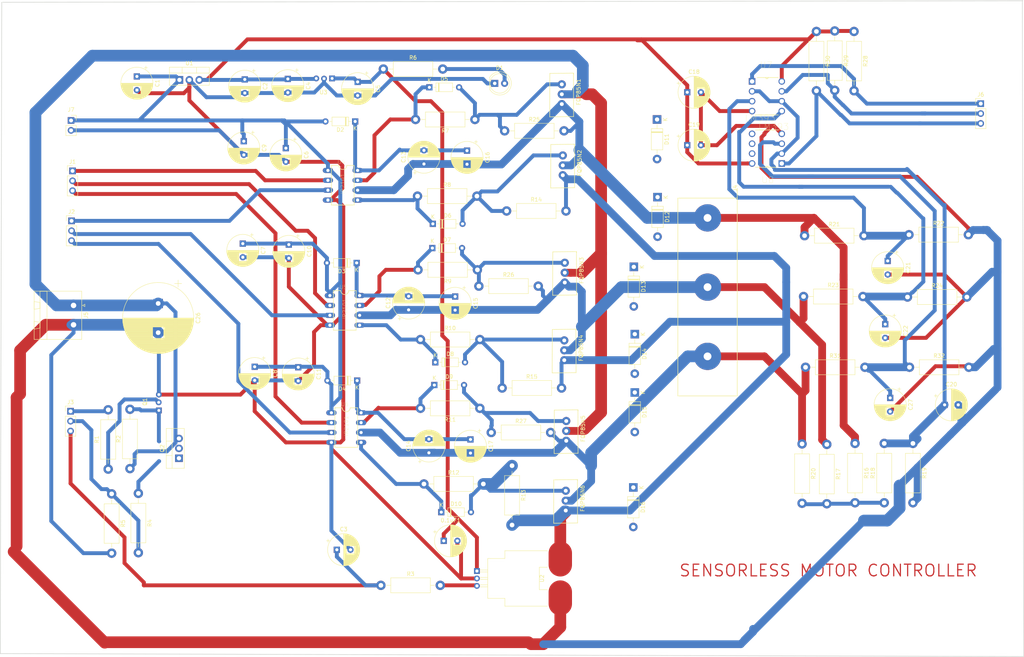
<source format=kicad_pcb>
(kicad_pcb (version 20171130) (host pcbnew "(5.0.2)-1")
  (layers (0 F.Cu signal) (31 B.Cu signal) (34 B.Paste user) (35 F.Paste user) (36 B.SilkS user) (37 F.SilkS user) (38 B.Mask user) (39 F.Mask user) (44 Edge.Cuts user))
  (net 0 "")
  (net 1 GNDREF)
  (net 2 /CP)
  (net 3 "Net-(R3-Pad2)")
  (net 4 /3V3)
  (net 5 /BEMF_A)
  (net 6 "Net-(D10-Pad2)")
  (net 7 /PHASE_A)
  (net 8 "Net-(R16-Pad2)")
  (net 9 /PHASE_C)
  (net 10 /BEMF_REF)
  (net 11 /PHASE_B)
  (net 12 "Net-(D6-Pad2)")
  (net 13 "Net-(D5-Pad1)")
  (net 14 "Net-(D5-Pad2)")
  (net 15 "Net-(Q1-Pad2)")
  (net 16 /READ_CMD)
  (net 17 "Net-(D6-Pad1)")
  (net 18 "Net-(D7-Pad2)")
  (net 19 "Net-(D7-Pad1)")
  (net 20 "Net-(D8-Pad2)")
  (net 21 "Net-(D8-Pad1)")
  (net 22 "Net-(D10-Pad1)")
  (net 23 /CURRENT_SENSOR)
  (net 24 "Net-(Q1-Pad1)")
  (net 25 /BEMF_B)
  (net 26 /EXTIB)
  (net 27 /EXTIA)
  (net 28 /EXTIC)
  (net 29 /5V)
  (net 30 /BEMF_C)
  (net 31 "Net-(D1-Pad2)")
  (net 32 /BATT_VOLTAGE)
  (net 33 "Net-(D9-Pad2)")
  (net 34 "Net-(D9-Pad1)")
  (net 35 /12V_Bootstrap)
  (net 36 /HIN1)
  (net 37 "Net-(C13-Pad2)")
  (net 38 /LIN1)
  (net 39 /LIN2)
  (net 40 "Net-(C12-Pad2)")
  (net 41 /HIN2)
  (net 42 /HIN3)
  (net 43 "Net-(C14-Pad2)")
  (net 44 /LIN3)
  (net 45 /V_BAT+)
  (net 46 "Net-(Q2-Pad2)")
  (module Package_TO_SOT_THT:TO-220-3_Vertical (layer F.Cu) (at 65.278 135.763 90)
    (fp_text reference Q2 (at 2.54 -4.27 90) (layer F.SilkS))
    (fp_text value IRF9530)
    (pad 1 thru_hole rect (at 0 0 90) (size 1.905 2) (drill 1.1) (layers *.Cu *.Mask) (net 24 "Net-(Q1-Pad1)"))
    (pad 2 thru_hole oval (at 2.54 0 90) (size 1.905 2) (drill 1.1) (layers *.Cu *.Mask) (net 46 "Net-(Q2-Pad2)"))
    (pad 3 thru_hole oval (at 5.08 0 90) (size 1.905 2) (drill 1.1) (layers *.Cu *.Mask) (net 45 /V_BAT+))
  )
  (module Diode_THT:D_DO-41_SOD81_P10.16mm_Horizontal (layer F.Cu) (at 181.864 143.256 270)
    (fp_text reference D16 (at 5.08 -2.47 270) (layer F.SilkS))
    (fp_text value 1N5819)
    (fp_text user K (at 0 -2.1 270) (layer F.SilkS))
    (pad 2 thru_hole oval (at 10.16 0 270) (size 2.2 2.2) (drill 1.1) (layers *.Cu *.Mask) (net 2 /CP))
    (pad 1 thru_hole rect (at 0 0 270) (size 2.2 2.2) (drill 1.1) (layers *.Cu *.Mask) (net 9 /PHASE_C))
  )
  (module Diode_THT:D_DO-41_SOD81_P10.16mm_Horizontal (layer F.Cu) (at 187.96 48.768 270)
    (fp_text reference D11 (at 5.08 -2.47 270) (layer F.SilkS))
    (fp_text value 1N5819)
    (fp_text user K (at 0 -2.1 270) (layer F.SilkS))
    (pad 1 thru_hole rect (at 0 0 270) (size 2.2 2.2) (drill 1.1) (layers *.Cu *.Mask) (net 45 /V_BAT+))
    (pad 2 thru_hole oval (at 10.16 0 270) (size 2.2 2.2) (drill 1.1) (layers *.Cu *.Mask) (net 7 /PHASE_A))
  )
  (module Diode_THT:D_DO-41_SOD81_P10.16mm_Horizontal (layer F.Cu) (at 188.087 68.707 270)
    (fp_text reference D12 (at 5.08 -2.47 270) (layer F.SilkS))
    (fp_text value 1N5819)
    (fp_text user K (at 0 -2.1 270) (layer F.SilkS))
    (pad 2 thru_hole oval (at 10.16 0 270) (size 2.2 2.2) (drill 1.1) (layers *.Cu *.Mask) (net 2 /CP))
    (pad 1 thru_hole rect (at 0 0 270) (size 2.2 2.2) (drill 1.1) (layers *.Cu *.Mask) (net 7 /PHASE_A))
  )
  (module Diode_THT:D_DO-41_SOD81_P10.16mm_Horizontal (layer F.Cu) (at 181.991 86.614 270)
    (fp_text reference D13 (at 5.08 -2.47 270) (layer F.SilkS))
    (fp_text value 1N5819)
    (fp_text user K (at 0 -2.1 270) (layer F.SilkS))
    (pad 1 thru_hole rect (at 0 0 270) (size 2.2 2.2) (drill 1.1) (layers *.Cu *.Mask) (net 45 /V_BAT+))
    (pad 2 thru_hole oval (at 10.16 0 270) (size 2.2 2.2) (drill 1.1) (layers *.Cu *.Mask) (net 11 /PHASE_B))
  )
  (module Diode_THT:D_DO-41_SOD81_P10.16mm_Horizontal (layer F.Cu) (at 182.245 103.886 270)
    (fp_text reference D14 (at 5.08 -2.47 270) (layer F.SilkS))
    (fp_text value 1N5819)
    (fp_text user K (at 0 -2.1 270) (layer F.SilkS))
    (pad 2 thru_hole oval (at 10.16 0 270) (size 2.2 2.2) (drill 1.1) (layers *.Cu *.Mask) (net 2 /CP))
    (pad 1 thru_hole rect (at 0 0 270) (size 2.2 2.2) (drill 1.1) (layers *.Cu *.Mask) (net 11 /PHASE_B))
  )
  (module Diode_THT:D_DO-41_SOD81_P10.16mm_Horizontal (layer F.Cu) (at 182.245 118.872 270)
    (fp_text reference D15 (at 5.08 -2.47 270) (layer F.SilkS))
    (fp_text value 1N5819)
    (fp_text user K (at 0 -2.1 270) (layer F.SilkS))
    (pad 1 thru_hole rect (at 0 0 270) (size 2.2 2.2) (drill 1.1) (layers *.Cu *.Mask) (net 45 /V_BAT+))
    (pad 2 thru_hole oval (at 10.16 0 270) (size 2.2 2.2) (drill 1.1) (layers *.Cu *.Mask) (net 9 /PHASE_C))
  )
  (module Resistor_THT:R_Axial_DIN0411_L9.9mm_D3.6mm_P15.24mm_Horizontal (layer F.Cu) (at 145.415 129.159)
    (fp_text reference R27 (at 7.62 -2.92) (layer F.SilkS))
    (fp_text value 10K)
    (pad 1 thru_hole circle (at 0 0) (size 2.4 2.4) (drill 1.2) (layers *.Cu *.Mask) (net 33 "Net-(D9-Pad2)"))
    (pad 2 thru_hole oval (at 15.24 0) (size 2.4 2.4) (drill 1.2) (layers *.Cu *.Mask) (net 9 /PHASE_C))
  )
  (module Resistor_THT:R_Axial_DIN0411_L9.9mm_D3.6mm_P15.24mm_Horizontal (layer F.Cu) (at 142.24 91.567)
    (fp_text reference R26 (at 7.62 -2.92) (layer F.SilkS))
    (fp_text value 10K)
    (pad 2 thru_hole oval (at 15.24 0) (size 2.4 2.4) (drill 1.2) (layers *.Cu *.Mask) (net 11 /PHASE_B))
    (pad 1 thru_hole circle (at 0 0) (size 2.4 2.4) (drill 1.2) (layers *.Cu *.Mask) (net 18 "Net-(D7-Pad2)"))
  )
  (module Resistor_THT:R_Axial_DIN0411_L9.9mm_D3.6mm_P15.24mm_Horizontal (layer F.Cu) (at 148.844 51.689)
    (fp_text reference R25 (at 7.62 -2.92) (layer F.SilkS))
    (fp_text value 10K)
    (pad 1 thru_hole circle (at 0 0) (size 2.4 2.4) (drill 1.2) (layers *.Cu *.Mask) (net 14 "Net-(D5-Pad2)"))
    (pad 2 thru_hole oval (at 15.24 0) (size 2.4 2.4) (drill 1.2) (layers *.Cu *.Mask) (net 7 /PHASE_A))
  )
  (module Sensor_Current:Allegro_CB_PFF (layer F.Cu) (at 141.732 164.719 270)
    (fp_text reference U2 (at 1.91 -16.7 270) (layer F.SilkS))
    (fp_text value ACS754)
    (pad 4 smd circle (at 10.86 -20.77 270) (size 0.8 0.8) (layers F.Cu F.Paste F.Mask) (net 1 GNDREF))
    (pad 4 smd circle (at 4.91 -23.45 270) (size 0.8 0.8) (layers F.Cu F.Paste F.Mask) (net 1 GNDREF))
    (pad 4 smd circle (at 6.24 -23.45 270) (size 0.8 0.8) (layers F.Cu F.Paste F.Mask) (net 1 GNDREF))
    (pad 4 smd circle (at 7.58 -23.45 270) (size 0.8 0.8) (layers F.Cu F.Paste F.Mask) (net 1 GNDREF))
    (pad 4 connect circle (at 8.91 -23.45 270) (size 0.8 0.8) (layers F.Cu F.Mask) (net 1 GNDREF))
    (pad 4 smd circle (at 4.91 -19.35 270) (size 0.8 0.8) (layers F.Cu F.Paste F.Mask) (net 1 GNDREF))
    (pad 4 smd circle (at 6.24 -19.35 270) (size 0.8 0.8) (layers F.Cu F.Paste F.Mask) (net 1 GNDREF))
    (pad 4 smd circle (at 7.58 -19.35 270) (size 0.8 0.8) (layers F.Cu F.Paste F.Mask) (net 1 GNDREF))
    (pad 4 smd circle (at 8.91 -19.35 270) (size 0.8 0.8) (layers F.Cu F.Paste F.Mask) (net 1 GNDREF))
    (pad 4 smd circle (at 10.86 -22.03 270) (size 0.8 0.8) (layers F.Cu F.Paste F.Mask) (net 1 GNDREF))
    (pad 4 smd circle (at 10.11 -23.06 270) (size 0.8 0.8) (layers F.Cu F.Paste F.Mask) (net 1 GNDREF))
    (pad 4 smd circle (at 10.11 -19.74 270) (size 0.8 0.8) (layers F.Cu F.Paste F.Mask) (net 1 GNDREF))
    (pad 4 smd oval (at 2.96 -22.03 335) (size 0.8 0.8) (layers F.Cu F.Paste F.Mask) (net 1 GNDREF))
    (pad 4 smd oval (at 2.96 -20.77 205) (size 0.8 0.8) (layers F.Cu F.Paste F.Mask) (net 1 GNDREF))
    (pad 4 smd circle (at 3.71 -23.06 270) (size 0.8 0.8) (layers F.Cu F.Paste F.Mask) (net 1 GNDREF))
    (pad 4 smd circle (at 3.71 -19.74 270) (size 0.8 0.8) (layers F.Cu F.Paste F.Mask) (net 1 GNDREF))
    (pad 5 smd circle (at -1.09 -23.45 270) (size 0.8 0.8) (layers F.Cu F.Paste F.Mask) (net 2 /CP))
    (pad 5 smd circle (at -5.09 -23.45 270) (size 0.8 0.8) (layers F.Cu F.Paste F.Mask) (net 2 /CP))
    (pad 5 smd circle (at -3.76 -23.45 270) (size 0.8 0.8) (layers F.Cu F.Paste F.Mask) (net 2 /CP))
    (pad 5 smd circle (at -2.42 -23.45 270) (size 0.8 0.8) (layers F.Cu F.Paste F.Mask) (net 2 /CP))
    (pad 5 smd circle (at -5.09 -19.35 270) (size 0.8 0.8) (layers F.Cu F.Paste F.Mask) (net 2 /CP))
    (pad 5 smd circle (at -1.09 -19.35 270) (size 0.8 0.8) (layers F.Cu F.Paste F.Mask) (net 2 /CP))
    (pad 5 smd circle (at -3.76 -19.35 270) (size 0.8 0.8) (layers F.Cu F.Paste F.Mask) (net 2 /CP))
    (pad 5 smd circle (at -2.42 -19.35 270) (size 0.8 0.8) (layers F.Cu F.Paste F.Mask) (net 2 /CP))
    (pad 5 smd circle (at -6.29 -23.06 270) (size 0.8 0.8) (layers F.Cu F.Paste F.Mask) (net 2 /CP))
    (pad 5 smd circle (at -6.29 -19.74 270) (size 0.8 0.8) (layers F.Cu F.Paste F.Mask) (net 2 /CP))
    (pad 5 smd circle (at -7.04 -20.77 270) (size 0.8 0.8) (layers F.Cu F.Paste F.Mask) (net 2 /CP))
    (pad 5 smd circle (at -7.04 -22.03 270) (size 0.8 0.8) (layers F.Cu F.Paste F.Mask) (net 2 /CP))
    (pad 5 smd circle (at 0.11 -23.06 270) (size 0.8 0.8) (layers F.Cu F.Paste F.Mask) (net 2 /CP))
    (pad 5 smd circle (at 0.11 -19.74 270) (size 0.8 0.8) (layers F.Cu F.Paste F.Mask) (net 2 /CP))
    (pad 5 smd oval (at 0.86 -20.77 335) (size 0.8 0.8) (layers F.Cu F.Paste F.Mask) (net 2 /CP))
    (pad 5 smd oval (at 0.86 -22.03 205) (size 0.8 0.8) (layers F.Cu F.Paste F.Mask) (net 2 /CP))
    (pad 2 thru_hole circle (at 1.91 0 270) (size 1.5 1.5) (drill 0.8) (layers *.Cu *.Mask) (net 1 GNDREF))
    (pad 3 thru_hole circle (at 3.82 0 270) (size 1.5 1.5) (drill 0.8) (layers *.Cu *.Mask) (net 3 "Net-(R3-Pad2)"))
    (pad 1 thru_hole rect (at 0 0 270) (size 1.5 1.5) (drill 0.8) (layers *.Cu *.Mask) (net 4 /3V3))
    (pad 4 smd oval (at 6.91 -21.4 270) (size 9 6) (layers F.Cu F.Paste F.Mask) (net 1 GNDREF))
    (pad 5 smd oval (at -3.09 -21.4 270) (size 9 6) (layers F.Cu F.Paste F.Mask) (net 2 /CP))
  )
  (module LM393AN:DIP254P762X508-8 (layer F.Cu) (at 212.344 52.451 180)
    (fp_text reference U8 (at -4.01366 -11.8377 180) (layer F.SilkS) (effects (font (size 1.64018 1.64018) (thickness 0.05))))
    (fp_text value LM393 (at -2.06061 4.04492 180) (layer F.SilkS) (effects (font (size 1.64257 1.64257) (thickness 0.05))))
    (pad 1 thru_hole rect (at -7.62 -7.62 180) (size 1.6764 1.6764) (drill 1.1176) (layers *.Cu *.Mask) (net 28 /EXTIC))
    (pad 2 thru_hole circle (at -7.62 -5.08 180) (size 1.6764 1.6764) (drill 1.1176) (layers *.Cu *.Mask) (net 10 /BEMF_REF))
    (pad 3 thru_hole circle (at -7.62 -2.54 180) (size 1.6764 1.6764) (drill 1.1176) (layers *.Cu *.Mask) (net 30 /BEMF_C))
    (pad 4 thru_hole circle (at -7.62 0 180) (size 1.6764 1.6764) (drill 1.1176) (layers *.Cu *.Mask) (net 1 GNDREF))
    (pad 5 thru_hole circle (at 0 0 180) (size 1.6764 1.6764) (drill 1.1176) (layers *.Cu *.Mask))
    (pad 6 thru_hole circle (at 0 -2.54 180) (size 1.6764 1.6764) (drill 1.1176) (layers *.Cu *.Mask))
    (pad 7 thru_hole circle (at 0 -5.08 180) (size 1.6764 1.6764) (drill 1.1176) (layers *.Cu *.Mask))
    (pad 8 thru_hole circle (at 0 -7.62 180) (size 1.6764 1.6764) (drill 1.1176) (layers *.Cu *.Mask) (net 29 /5V))
  )
  (module Resistor_THT:R_Axial_DIN0411_L9.9mm_D3.6mm_P15.24mm_Horizontal (layer F.Cu) (at 54.864 144.78 270)
    (fp_text reference R4 (at 7.62 -2.92 270) (layer F.SilkS))
    (fp_text value 150K)
    (pad 2 thru_hole oval (at 15.24 0 270) (size 2.4 2.4) (drill 1.2) (layers *.Cu *.Mask) (net 32 /BATT_VOLTAGE))
    (pad 1 thru_hole circle (at 0 0 270) (size 2.4 2.4) (drill 1.2) (layers *.Cu *.Mask) (net 46 "Net-(Q2-Pad2)"))
  )
  (module Capacitor_THT:CP_Radial_D18.0mm_P7.50mm (layer F.Cu) (at 59.944 96.012 270)
    (fp_text reference C26 (at 3.75 -10.25 270) (layer F.SilkS))
    (fp_text value C)
    (pad 1 thru_hole rect (at 0 0 270) (size 2.4 2.4) (drill 1.2) (layers *.Cu *.Mask) (net 45 /V_BAT+))
    (pad 2 thru_hole circle (at 7.5 0 270) (size 2.4 2.4) (drill 1.2) (layers *.Cu *.Mask) (net 1 GNDREF))
  )
  (module Capacitor_THT:CP_Radial_D8.0mm_P3.50mm (layer F.Cu) (at 133.223 156.972)
    (fp_text reference 0.1uF1 (at 1.75 -5.25) (layer F.SilkS))
    (fp_text value C_Small)
    (pad 1 thru_hole rect (at 0 0) (size 1.6 1.6) (drill 0.8) (layers *.Cu *.Mask) (net 4 /3V3))
    (pad 2 thru_hole circle (at 3.5 0) (size 1.6 1.6) (drill 0.8) (layers *.Cu *.Mask) (net 1 GNDREF))
  )
  (module Capacitor_THT:CP_Radial_D8.0mm_P3.50mm (layer F.Cu) (at 247.777 120.269 270)
    (fp_text reference C27 (at 1.75 -5.25 270) (layer F.SilkS))
    (fp_text value C_Small)
    (pad 2 thru_hole circle (at 3.5 0 270) (size 1.6 1.6) (drill 0.8) (layers *.Cu *.Mask) (net 1 GNDREF))
    (pad 1 thru_hole rect (at 0 0 270) (size 1.6 1.6) (drill 0.8) (layers *.Cu *.Mask) (net 30 /BEMF_C))
  )
  (module Capacitor_THT:CP_Radial_D8.0mm_P3.50mm (layer F.Cu) (at 246.507 101.346 270)
    (fp_text reference C22 (at 1.75 -5.25 270) (layer F.SilkS))
    (fp_text value C_Small)
    (pad 2 thru_hole circle (at 3.5 0 270) (size 1.6 1.6) (drill 0.8) (layers *.Cu *.Mask) (net 1 GNDREF))
    (pad 1 thru_hole rect (at 0 0 270) (size 1.6 1.6) (drill 0.8) (layers *.Cu *.Mask) (net 25 /BEMF_B))
  )
  (module Capacitor_THT:CP_Radial_D8.0mm_P3.50mm (layer F.Cu) (at 247.142 85.09 270)
    (fp_text reference C21 (at 1.75 -5.25 270) (layer F.SilkS))
    (fp_text value C_Small)
    (pad 1 thru_hole rect (at 0 0 270) (size 1.6 1.6) (drill 0.8) (layers *.Cu *.Mask) (net 5 /BEMF_A))
    (pad 2 thru_hole circle (at 3.5 0 270) (size 1.6 1.6) (drill 0.8) (layers *.Cu *.Mask) (net 1 GNDREF))
  )
  (module Capacitor_THT:CP_Radial_D8.0mm_P3.50mm (layer F.Cu) (at 261.747 122.047)
    (fp_text reference C20 (at 1.75 -5.25) (layer F.SilkS))
    (fp_text value C_Small)
    (pad 2 thru_hole circle (at 3.5 0) (size 1.6 1.6) (drill 0.8) (layers *.Cu *.Mask) (net 1 GNDREF))
    (pad 1 thru_hole rect (at 0 0) (size 1.6 1.6) (drill 0.8) (layers *.Cu *.Mask) (net 10 /BEMF_REF))
  )
  (module Capacitor_THT:CP_Radial_D8.0mm_P3.50mm (layer F.Cu) (at 195.707 55.372)
    (fp_text reference C19 (at 1.75 -5.25) (layer F.SilkS))
    (fp_text value 1)
    (pad 1 thru_hole rect (at 0 0) (size 1.6 1.6) (drill 0.8) (layers *.Cu *.Mask) (net 29 /5V))
    (pad 2 thru_hole circle (at 3.5 0) (size 1.6 1.6) (drill 0.8) (layers *.Cu *.Mask) (net 1 GNDREF))
  )
  (module Capacitor_THT:CP_Radial_D8.0mm_P3.50mm (layer F.Cu) (at 195.707 41.783)
    (fp_text reference C18 (at 1.75 -5.25) (layer F.SilkS))
    (fp_text value 1)
    (pad 2 thru_hole circle (at 3.5 0) (size 1.6 1.6) (drill 0.8) (layers *.Cu *.Mask) (net 1 GNDREF))
    (pad 1 thru_hole rect (at 0 0) (size 1.6 1.6) (drill 0.8) (layers *.Cu *.Mask) (net 29 /5V))
  )
  (module Capacitor_THT:CP_Radial_D8.0mm_P3.50mm (layer F.Cu) (at 140.081 130.937 270)
    (fp_text reference C17 (at 1.75 -5.25 270) (layer F.SilkS))
    (fp_text value 100nF)
    (pad 1 thru_hole rect (at 0 0 270) (size 1.6 1.6) (drill 0.8) (layers *.Cu *.Mask) (net 43 "Net-(C14-Pad2)"))
    (pad 2 thru_hole circle (at 3.5 0 270) (size 1.6 1.6) (drill 0.8) (layers *.Cu *.Mask) (net 9 /PHASE_C))
  )
  (module Capacitor_THT:CP_Radial_D8.0mm_P3.50mm (layer F.Cu) (at 139.192 56.769 270)
    (fp_text reference C16 (at 1.75 -5.25 270) (layer F.SilkS))
    (fp_text value 100nF)
    (pad 2 thru_hole circle (at 3.5 0 270) (size 1.6 1.6) (drill 0.8) (layers *.Cu *.Mask) (net 7 /PHASE_A))
    (pad 1 thru_hole rect (at 0 0 270) (size 1.6 1.6) (drill 0.8) (layers *.Cu *.Mask) (net 37 "Net-(C13-Pad2)"))
  )
  (module Capacitor_THT:CP_Radial_D8.0mm_P3.50mm (layer F.Cu) (at 136.144 94.234 270)
    (fp_text reference C15 (at 1.75 -5.25 270) (layer F.SilkS))
    (fp_text value 100nF)
    (pad 1 thru_hole rect (at 0 0 270) (size 1.6 1.6) (drill 0.8) (layers *.Cu *.Mask) (net 40 "Net-(C12-Pad2)"))
    (pad 2 thru_hole circle (at 3.5 0 270) (size 1.6 1.6) (drill 0.8) (layers *.Cu *.Mask) (net 11 /PHASE_B))
  )
  (module Capacitor_THT:CP_Radial_D8.0mm_P3.50mm (layer F.Cu) (at 82.169 38.481 270)
    (fp_text reference C2 (at 1.75 -5.25 270) (layer F.SilkS))
    (fp_text value 0.1uF)
    (pad 2 thru_hole circle (at 3.5 0 270) (size 1.6 1.6) (drill 0.8) (layers *.Cu *.Mask) (net 1 GNDREF))
    (pad 1 thru_hole rect (at 0 0 270) (size 1.6 1.6) (drill 0.8) (layers *.Cu *.Mask) (net 29 /5V))
  )
  (module Capacitor_THT:CP_Radial_D8.0mm_P3.50mm (layer F.Cu) (at 105.791 159.258)
    (fp_text reference C3 (at 1.75 -5.25) (layer F.SilkS))
    (fp_text value C_Small)
    (pad 1 thru_hole rect (at 0 0) (size 1.6 1.6) (drill 0.8) (layers *.Cu *.Mask) (net 23 /CURRENT_SENSOR))
    (pad 2 thru_hole circle (at 3.5 0) (size 1.6 1.6) (drill 0.8) (layers *.Cu *.Mask) (net 1 GNDREF))
  )
  (module Capacitor_THT:CP_Radial_D8.0mm_P3.50mm (layer F.Cu) (at 93.218 38.354 270)
    (fp_text reference C4 (at 1.75 -5.25 270) (layer F.SilkS))
    (fp_text value C_Small)
    (pad 1 thru_hole rect (at 0 0 270) (size 1.6 1.6) (drill 0.8) (layers *.Cu *.Mask) (net 29 /5V))
    (pad 2 thru_hole circle (at 3.5 0 270) (size 1.6 1.6) (drill 0.8) (layers *.Cu *.Mask) (net 1 GNDREF))
  )
  (module Capacitor_THT:CP_Radial_D8.0mm_P3.50mm (layer F.Cu) (at 111.125 39.116 270)
    (fp_text reference C5 (at 1.75 -5.25 270) (layer F.SilkS))
    (fp_text value C_Small)
    (pad 1 thru_hole rect (at 0 0 270) (size 1.6 1.6) (drill 0.8) (layers *.Cu *.Mask) (net 4 /3V3))
    (pad 2 thru_hole circle (at 3.5 0 270) (size 1.6 1.6) (drill 0.8) (layers *.Cu *.Mask) (net 1 GNDREF))
  )
  (module Capacitor_THT:CP_Radial_D8.0mm_P3.50mm (layer F.Cu) (at 92.71 56.134 270)
    (fp_text reference C6 (at 1.75 -5.25 270) (layer F.SilkS))
    (fp_text value 10uF)
    (pad 2 thru_hole circle (at 3.5 0 270) (size 1.6 1.6) (drill 0.8) (layers *.Cu *.Mask) (net 1 GNDREF))
    (pad 1 thru_hole rect (at 0 0 270) (size 1.6 1.6) (drill 0.8) (layers *.Cu *.Mask) (net 35 /12V_Bootstrap))
  )
  (module Capacitor_THT:CP_Radial_D8.0mm_P3.50mm (layer F.Cu) (at 81.661 80.645 270)
    (fp_text reference C7 (at 1.75 -5.25 270) (layer F.SilkS))
    (fp_text value 10uF)
    (pad 1 thru_hole rect (at 0 0 270) (size 1.6 1.6) (drill 0.8) (layers *.Cu *.Mask) (net 35 /12V_Bootstrap))
    (pad 2 thru_hole circle (at 3.5 0 270) (size 1.6 1.6) (drill 0.8) (layers *.Cu *.Mask) (net 1 GNDREF))
  )
  (module Capacitor_THT:CP_Radial_D8.0mm_P3.50mm (layer F.Cu) (at 84.709 112.268 270)
    (fp_text reference C8 (at 1.75 -5.25 270) (layer F.SilkS))
    (fp_text value 10uF)
    (pad 2 thru_hole circle (at 3.5 0 270) (size 1.6 1.6) (drill 0.8) (layers *.Cu *.Mask) (net 1 GNDREF))
    (pad 1 thru_hole rect (at 0 0 270) (size 1.6 1.6) (drill 0.8) (layers *.Cu *.Mask) (net 35 /12V_Bootstrap))
  )
  (module Capacitor_THT:CP_Radial_D8.0mm_P3.50mm (layer F.Cu) (at 81.915 54.356 270)
    (fp_text reference C9 (at 1.75 -5.25 270) (layer F.SilkS))
    (fp_text value 100nF)
    (pad 1 thru_hole rect (at 0 0 270) (size 1.6 1.6) (drill 0.8) (layers *.Cu *.Mask) (net 35 /12V_Bootstrap))
    (pad 2 thru_hole circle (at 3.5 0 270) (size 1.6 1.6) (drill 0.8) (layers *.Cu *.Mask) (net 1 GNDREF))
  )
  (module Capacitor_THT:CP_Radial_D8.0mm_P3.50mm (layer F.Cu) (at 93.472 80.899 270)
    (fp_text reference C10 (at 1.75 -5.25 270) (layer F.SilkS))
    (fp_text value 100nF)
    (pad 2 thru_hole circle (at 3.5 0 270) (size 1.6 1.6) (drill 0.8) (layers *.Cu *.Mask) (net 1 GNDREF))
    (pad 1 thru_hole rect (at 0 0 270) (size 1.6 1.6) (drill 0.8) (layers *.Cu *.Mask) (net 35 /12V_Bootstrap))
  )
  (module Capacitor_THT:CP_Radial_D8.0mm_P3.50mm (layer F.Cu) (at 95.885 112.395 270)
    (fp_text reference C11 (at 1.75 -5.25 270) (layer F.SilkS))
    (fp_text value 100nF)
    (pad 1 thru_hole rect (at 0 0 270) (size 1.6 1.6) (drill 0.8) (layers *.Cu *.Mask) (net 35 /12V_Bootstrap))
    (pad 2 thru_hole circle (at 3.5 0 270) (size 1.6 1.6) (drill 0.8) (layers *.Cu *.Mask) (net 1 GNDREF))
  )
  (module Capacitor_THT:CP_Radial_D8.0mm_P3.50mm (layer F.Cu) (at 124.206 97.663 90)
    (fp_text reference C12 (at 1.75 -5.25 90) (layer F.SilkS))
    (fp_text value 10uF)
    (pad 2 thru_hole circle (at 3.5 0 90) (size 1.6 1.6) (drill 0.8) (layers *.Cu *.Mask) (net 40 "Net-(C12-Pad2)"))
    (pad 1 thru_hole rect (at 0 0 90) (size 1.6 1.6) (drill 0.8) (layers *.Cu *.Mask) (net 11 /PHASE_B))
  )
  (module Capacitor_THT:CP_Radial_D8.0mm_P3.50mm (layer F.Cu) (at 128.143 60.198 90)
    (fp_text reference C13 (at 1.75 -5.25 90) (layer F.SilkS))
    (fp_text value 10uF)
    (pad 1 thru_hole rect (at 0 0 90) (size 1.6 1.6) (drill 0.8) (layers *.Cu *.Mask) (net 7 /PHASE_A))
    (pad 2 thru_hole circle (at 3.5 0 90) (size 1.6 1.6) (drill 0.8) (layers *.Cu *.Mask) (net 37 "Net-(C13-Pad2)"))
  )
  (module Capacitor_THT:CP_Radial_D8.0mm_P3.50mm (layer F.Cu) (at 54.483 37.719 270)
    (fp_text reference C1 (at 1.75 -5.25 270) (layer F.SilkS))
    (fp_text value CP1)
    (pad 2 thru_hole circle (at 3.5 0 270) (size 1.6 1.6) (drill 0.8) (layers *.Cu *.Mask) (net 1 GNDREF))
    (pad 1 thru_hole rect (at 0 0 270) (size 1.6 1.6) (drill 0.8) (layers *.Cu *.Mask) (net 35 /12V_Bootstrap))
  )
  (module Capacitor_THT:CP_Radial_D8.0mm_P3.50mm (layer F.Cu) (at 129.413 134.366 90)
    (fp_text reference C14 (at 1.75 -5.25 90) (layer F.SilkS))
    (fp_text value 10uF)
    (pad 1 thru_hole rect (at 0 0 90) (size 1.6 1.6) (drill 0.8) (layers *.Cu *.Mask) (net 9 /PHASE_C))
    (pad 2 thru_hole circle (at 3.5 0 90) (size 1.6 1.6) (drill 0.8) (layers *.Cu *.Mask) (net 43 "Net-(C14-Pad2)"))
  )
  (module Connector:MOTOR_CONNECTOR (layer F.Cu) (at 208.534 66.421 270)
    (fp_text reference J4 (at 0 0.5 270) (layer F.SilkS))
    (fp_text value Conn_01x03)
    (pad 1 thru_hole circle (at 7.62 7.62 270) (size 7 7) (drill 2) (layers *.Cu *.Mask) (net 7 /PHASE_A))
    (pad 2 thru_hole circle (at 25.4 7.62 270) (size 7 7) (drill 2) (layers *.Cu *.Mask) (net 11 /PHASE_B))
    (pad 3 thru_hole circle (at 43.18 7.62 270) (size 7 7) (drill 2) (layers *.Cu *.Mask) (net 9 /PHASE_C))
  )
  (module Connector_Phoenix_MSTB:PhoenixContact_MSTBA_2,5_2-G-5,08_1x02_P5.08mm_Horizontal (layer F.Cu) (at 38.227 96.52 270)
    (fp_text reference J5 (at 2.54 -3.2 270) (layer F.SilkS))
    (fp_text value Conn_01x02)
    (pad 1 thru_hole roundrect (at 0 0 270) (size 2.08 3.6) (drill 1.4) (layers *.Cu *.Mask) (roundrect_rratio 0.120192) (net 45 /V_BAT+))
    (pad 2 thru_hole oval (at 4.975 0 270) (size 2.08 3.6) (drill 1.4) (layers *.Cu *.Mask) (net 1 GNDREF))
  )
  (module Connector_PinHeader_2.54mm:PinHeader_1x03_P2.54mm_Vertical (layer F.Cu) (at 37.973 61.976)
    (fp_text reference J1 (at 0 -2.33) (layer F.SilkS))
    (fp_text value Conn_01x03)
    (pad 3 thru_hole oval (at 0 5.08) (size 1.7 1.7) (drill 1) (layers *.Cu *.Mask) (net 42 /HIN3))
    (pad 2 thru_hole oval (at 0 2.54) (size 1.7 1.7) (drill 1) (layers *.Cu *.Mask) (net 41 /HIN2))
    (pad 1 thru_hole rect (at 0 0) (size 1.7 1.7) (drill 1) (layers *.Cu *.Mask) (net 36 /HIN1))
  )
  (module Connector_PinHeader_2.54mm:PinHeader_1x03_P2.54mm_Vertical (layer F.Cu) (at 37.719 74.803)
    (fp_text reference J2 (at 0 -2.33) (layer F.SilkS))
    (fp_text value Conn_01x03)
    (pad 1 thru_hole rect (at 0 0) (size 1.7 1.7) (drill 1) (layers *.Cu *.Mask) (net 38 /LIN1))
    (pad 2 thru_hole oval (at 0 2.54) (size 1.7 1.7) (drill 1) (layers *.Cu *.Mask) (net 39 /LIN2))
    (pad 3 thru_hole oval (at 0 5.08) (size 1.7 1.7) (drill 1) (layers *.Cu *.Mask) (net 44 /LIN3))
  )
  (module Connector_PinHeader_2.54mm:PinHeader_1x03_P2.54mm_Vertical (layer F.Cu) (at 271.018 44.704)
    (fp_text reference J6 (at 0 -2.33) (layer F.SilkS))
    (fp_text value Conn_01x03)
    (pad 3 thru_hole oval (at 0 5.08) (size 1.7 1.7) (drill 1) (layers *.Cu *.Mask) (net 28 /EXTIC))
    (pad 2 thru_hole oval (at 0 2.54) (size 1.7 1.7) (drill 1) (layers *.Cu *.Mask) (net 26 /EXTIB))
    (pad 1 thru_hole rect (at 0 0) (size 1.7 1.7) (drill 1) (layers *.Cu *.Mask) (net 27 /EXTIA))
  )
  (module Connector_PinHeader_2.54mm:PinHeader_1x03_P2.54mm_Vertical (layer F.Cu) (at 37.465 123.698)
    (fp_text reference J3 (at 0 -2.33) (layer F.SilkS))
    (fp_text value Conn_01x03)
    (pad 1 thru_hole rect (at 0 0) (size 1.7 1.7) (drill 1) (layers *.Cu *.Mask) (net 16 /READ_CMD))
    (pad 2 thru_hole oval (at 0 2.54) (size 1.7 1.7) (drill 1) (layers *.Cu *.Mask) (net 32 /BATT_VOLTAGE))
    (pad 3 thru_hole oval (at 0 5.08) (size 1.7 1.7) (drill 1) (layers *.Cu *.Mask) (net 23 /CURRENT_SENSOR))
  )
  (module Connector_PinSocket_2.54mm:PinSocket_1x02_P2.54mm_Vertical (layer F.Cu) (at 37.592 49.022)
    (fp_text reference J7 (at 0 -2.77) (layer F.SilkS))
    (fp_text value Conn_01x02)
    (pad 1 thru_hole rect (at 0 0) (size 1.7 1.7) (drill 1) (layers *.Cu *.Mask) (net 35 /12V_Bootstrap))
    (pad 2 thru_hole oval (at 0 2.54) (size 1.7 1.7) (drill 1) (layers *.Cu *.Mask) (net 1 GNDREF))
  )
  (module Diode_THT:D_DO-35_SOD27_P7.62mm_Horizontal (layer F.Cu) (at 110.49 49.276 180)
    (fp_text reference D2 (at 3.81 -2.12 180) (layer F.SilkS))
    (fp_text value 1N4148)
    (fp_text user K (at 0 -1.8 180) (layer F.SilkS))
    (pad 1 thru_hole rect (at 0 0 180) (size 1.6 1.6) (drill 0.8) (layers *.Cu *.Mask) (net 37 "Net-(C13-Pad2)"))
    (pad 2 thru_hole oval (at 7.62 0 180) (size 1.6 1.6) (drill 0.8) (layers *.Cu *.Mask) (net 35 /12V_Bootstrap))
  )
  (module Diode_THT:D_DO-35_SOD27_P7.62mm_Horizontal (layer F.Cu) (at 110.871 85.598 180)
    (fp_text reference D3 (at 3.81 -2.12 180) (layer F.SilkS))
    (fp_text value 1N4148)
    (fp_text user K (at 0 -1.8 180) (layer F.SilkS))
    (pad 2 thru_hole oval (at 7.62 0 180) (size 1.6 1.6) (drill 0.8) (layers *.Cu *.Mask) (net 35 /12V_Bootstrap))
    (pad 1 thru_hole rect (at 0 0 180) (size 1.6 1.6) (drill 0.8) (layers *.Cu *.Mask) (net 40 "Net-(C12-Pad2)"))
  )
  (module Diode_THT:D_DO-35_SOD27_P7.62mm_Horizontal (layer F.Cu) (at 110.998 115.824 180)
    (fp_text reference D4 (at 3.81 -2.12 180) (layer F.SilkS))
    (fp_text value 1N4148)
    (fp_text user K (at 0 -1.8 180) (layer F.SilkS))
    (pad 1 thru_hole rect (at 0 0 180) (size 1.6 1.6) (drill 0.8) (layers *.Cu *.Mask) (net 43 "Net-(C14-Pad2)"))
    (pad 2 thru_hole oval (at 7.62 0 180) (size 1.6 1.6) (drill 0.8) (layers *.Cu *.Mask) (net 35 /12V_Bootstrap))
  )
  (module Diode_THT:D_DO-35_SOD27_P7.62mm_Horizontal (layer F.Cu) (at 129.54 40.513)
    (fp_text reference D5 (at 3.81 -2.12) (layer F.SilkS))
    (fp_text value 1N4148)
    (fp_text user K (at 0 -1.8) (layer F.SilkS))
    (pad 2 thru_hole oval (at 7.62 0) (size 1.6 1.6) (drill 0.8) (layers *.Cu *.Mask) (net 14 "Net-(D5-Pad2)"))
    (pad 1 thru_hole rect (at 0 0) (size 1.6 1.6) (drill 0.8) (layers *.Cu *.Mask) (net 13 "Net-(D5-Pad1)"))
  )
  (module Diode_THT:D_DO-35_SOD27_P7.62mm_Horizontal (layer F.Cu) (at 130.429 75.565)
    (fp_text reference D6 (at 3.81 -2.12) (layer F.SilkS))
    (fp_text value 1N4148)
    (fp_text user K (at 0 -1.8) (layer F.SilkS))
    (pad 1 thru_hole rect (at 0 0) (size 1.6 1.6) (drill 0.8) (layers *.Cu *.Mask) (net 17 "Net-(D6-Pad1)"))
    (pad 2 thru_hole oval (at 7.62 0) (size 1.6 1.6) (drill 0.8) (layers *.Cu *.Mask) (net 12 "Net-(D6-Pad2)"))
  )
  (module Diode_THT:D_DO-35_SOD27_P7.62mm_Horizontal (layer F.Cu) (at 130.302 81.788)
    (fp_text reference D7 (at 3.81 -2.12) (layer F.SilkS))
    (fp_text value 1N4148)
    (fp_text user K (at 0 -1.8) (layer F.SilkS))
    (pad 2 thru_hole oval (at 7.62 0) (size 1.6 1.6) (drill 0.8) (layers *.Cu *.Mask) (net 18 "Net-(D7-Pad2)"))
    (pad 1 thru_hole rect (at 0 0) (size 1.6 1.6) (drill 0.8) (layers *.Cu *.Mask) (net 19 "Net-(D7-Pad1)"))
  )
  (module Diode_THT:D_DO-35_SOD27_P7.62mm_Horizontal (layer F.Cu) (at 131.064 111.125)
    (fp_text reference D8 (at 3.81 -2.12) (layer F.SilkS))
    (fp_text value 1N4148)
    (fp_text user K (at 0 -1.8) (layer F.SilkS))
    (pad 1 thru_hole rect (at 0 0) (size 1.6 1.6) (drill 0.8) (layers *.Cu *.Mask) (net 21 "Net-(D8-Pad1)"))
    (pad 2 thru_hole oval (at 7.62 0) (size 1.6 1.6) (drill 0.8) (layers *.Cu *.Mask) (net 20 "Net-(D8-Pad2)"))
  )
  (module Diode_THT:D_DO-35_SOD27_P7.62mm_Horizontal (layer F.Cu) (at 130.81 116.967)
    (fp_text reference D9 (at 3.81 -2.12) (layer F.SilkS))
    (fp_text value 1N4148)
    (fp_text user K (at 0 -1.8) (layer F.SilkS))
    (pad 2 thru_hole oval (at 7.62 0) (size 1.6 1.6) (drill 0.8) (layers *.Cu *.Mask) (net 33 "Net-(D9-Pad2)"))
    (pad 1 thru_hole rect (at 0 0) (size 1.6 1.6) (drill 0.8) (layers *.Cu *.Mask) (net 34 "Net-(D9-Pad1)"))
  )
  (module Diode_THT:D_DO-35_SOD27_P7.62mm_Horizontal (layer F.Cu) (at 132.588 149.606)
    (fp_text reference D10 (at 3.81 -2.12) (layer F.SilkS))
    (fp_text value 1N4148)
    (fp_text user K (at 0 -1.8) (layer F.SilkS))
    (pad 1 thru_hole rect (at 0 0) (size 1.6 1.6) (drill 0.8) (layers *.Cu *.Mask) (net 22 "Net-(D10-Pad1)"))
    (pad 2 thru_hole oval (at 7.62 0) (size 1.6 1.6) (drill 0.8) (layers *.Cu *.Mask) (net 6 "Net-(D10-Pad2)"))
  )
  (module IR2101:DIL08 (layer F.Cu) (at 108.204 127.889 270)
    (fp_text reference U6 (at -5.97797 0.38157) (layer F.SilkS) (effects (font (size 1.0015 1.0015) (thickness 0.05))))
    (fp_text value IR2101 (at -0.381005 -0.000001 270) (layer F.SilkS) (effects (font (size 1.00004 1.00004) (thickness 0.05))))
    (pad 1 thru_hole oval (at -3.81 3.81) (size 2.6416 1.3208) (drill 0.8128) (layers *.Cu *.Mask) (net 35 /12V_Bootstrap))
    (pad 2 thru_hole oval (at -1.27 3.81) (size 2.6416 1.3208) (drill 0.8128) (layers *.Cu *.Mask) (net 42 /HIN3))
    (pad 7 thru_hole oval (at -1.27 -3.81) (size 2.6416 1.3208) (drill 0.8128) (layers *.Cu *.Mask) (net 34 "Net-(D9-Pad1)"))
    (pad 8 thru_hole oval (at -3.81 -3.81) (size 2.6416 1.3208) (drill 0.8128) (layers *.Cu *.Mask) (net 43 "Net-(C14-Pad2)"))
    (pad 3 thru_hole oval (at 1.27 3.81) (size 2.6416 1.3208) (drill 0.8128) (layers *.Cu *.Mask) (net 44 /LIN3))
    (pad 4 thru_hole oval (at 3.81 3.81) (size 2.6416 1.3208) (drill 0.8128) (layers *.Cu *.Mask) (net 1 GNDREF))
    (pad 6 thru_hole oval (at 1.27 -3.81) (size 2.6416 1.3208) (drill 0.8128) (layers *.Cu *.Mask) (net 9 /PHASE_C))
    (pad 5 thru_hole oval (at 3.81 -3.81) (size 2.6416 1.3208) (drill 0.8128) (layers *.Cu *.Mask) (net 22 "Net-(D10-Pad1)"))
  )
  (module IR2101:DIL08 (layer F.Cu) (at 107.823 97.79 270)
    (fp_text reference U5 (at -5.97797 0.38157) (layer F.SilkS) (effects (font (size 1.0015 1.0015) (thickness 0.05))))
    (fp_text value IR2101 (at -0.381005 -0.000001 270) (layer F.SilkS) (effects (font (size 1.00004 1.00004) (thickness 0.05))))
    (pad 5 thru_hole oval (at 3.81 -3.81) (size 2.6416 1.3208) (drill 0.8128) (layers *.Cu *.Mask) (net 21 "Net-(D8-Pad1)"))
    (pad 6 thru_hole oval (at 1.27 -3.81) (size 2.6416 1.3208) (drill 0.8128) (layers *.Cu *.Mask) (net 11 /PHASE_B))
    (pad 4 thru_hole oval (at 3.81 3.81) (size 2.6416 1.3208) (drill 0.8128) (layers *.Cu *.Mask) (net 1 GNDREF))
    (pad 3 thru_hole oval (at 1.27 3.81) (size 2.6416 1.3208) (drill 0.8128) (layers *.Cu *.Mask) (net 39 /LIN2))
    (pad 8 thru_hole oval (at -3.81 -3.81) (size 2.6416 1.3208) (drill 0.8128) (layers *.Cu *.Mask) (net 40 "Net-(C12-Pad2)"))
    (pad 7 thru_hole oval (at -1.27 -3.81) (size 2.6416 1.3208) (drill 0.8128) (layers *.Cu *.Mask) (net 19 "Net-(D7-Pad1)"))
    (pad 2 thru_hole oval (at -1.27 3.81) (size 2.6416 1.3208) (drill 0.8128) (layers *.Cu *.Mask) (net 41 /HIN2))
    (pad 1 thru_hole oval (at -3.81 3.81) (size 2.6416 1.3208) (drill 0.8128) (layers *.Cu *.Mask) (net 35 /12V_Bootstrap))
  )
  (module IR2101:DIL08 (layer F.Cu) (at 107.315 65.659 270)
    (fp_text reference U4 (at -5.97797 0.38157) (layer F.SilkS) (effects (font (size 1.0015 1.0015) (thickness 0.05))))
    (fp_text value IR2101 (at -0.381005 -0.000001 270) (layer F.SilkS) (effects (font (size 1.00004 1.00004) (thickness 0.05))))
    (pad 1 thru_hole oval (at -3.81 3.81) (size 2.6416 1.3208) (drill 0.8128) (layers *.Cu *.Mask) (net 35 /12V_Bootstrap))
    (pad 2 thru_hole oval (at -1.27 3.81) (size 2.6416 1.3208) (drill 0.8128) (layers *.Cu *.Mask) (net 36 /HIN1))
    (pad 7 thru_hole oval (at -1.27 -3.81) (size 2.6416 1.3208) (drill 0.8128) (layers *.Cu *.Mask) (net 13 "Net-(D5-Pad1)"))
    (pad 8 thru_hole oval (at -3.81 -3.81) (size 2.6416 1.3208) (drill 0.8128) (layers *.Cu *.Mask) (net 37 "Net-(C13-Pad2)"))
    (pad 3 thru_hole oval (at 1.27 3.81) (size 2.6416 1.3208) (drill 0.8128) (layers *.Cu *.Mask) (net 38 /LIN1))
    (pad 4 thru_hole oval (at 3.81 3.81) (size 2.6416 1.3208) (drill 0.8128) (layers *.Cu *.Mask) (net 1 GNDREF))
    (pad 6 thru_hole oval (at 1.27 -3.81) (size 2.6416 1.3208) (drill 0.8128) (layers *.Cu *.Mask) (net 7 /PHASE_A))
    (pad 5 thru_hole oval (at 3.81 -3.81) (size 2.6416 1.3208) (drill 0.8128) (layers *.Cu *.Mask) (net 17 "Net-(D6-Pad1)"))
  )
  (module LED_THT:LED_D5.0mm (layer F.Cu) (at 146.304 39.497)
    (fp_text reference D1 (at 1.27 -3.96) (layer F.SilkS))
    (fp_text value LED)
    (pad 2 thru_hole circle (at 2.54 0) (size 1.8 1.8) (drill 0.9) (layers *.Cu *.Mask) (net 31 "Net-(D1-Pad2)"))
    (pad 1 thru_hole rect (at 0 0) (size 1.8 1.8) (drill 0.9) (layers *.Cu *.Mask) (net 1 GNDREF))
  )
  (module LM393AN:DIP254P762X508-8 (layer F.Cu) (at 219.964 46.609)
    (fp_text reference U7 (at -4.01366 -11.8377) (layer F.SilkS) (effects (font (size 1.64018 1.64018) (thickness 0.05))))
    (fp_text value LM393 (at -2.06061 4.04492) (layer F.SilkS) (effects (font (size 1.64257 1.64257) (thickness 0.05))))
    (pad 8 thru_hole circle (at 0 -7.62) (size 1.6764 1.6764) (drill 1.1176) (layers *.Cu *.Mask) (net 29 /5V))
    (pad 7 thru_hole circle (at 0 -5.08) (size 1.6764 1.6764) (drill 1.1176) (layers *.Cu *.Mask) (net 26 /EXTIB))
    (pad 6 thru_hole circle (at 0 -2.54) (size 1.6764 1.6764) (drill 1.1176) (layers *.Cu *.Mask) (net 10 /BEMF_REF))
    (pad 5 thru_hole circle (at 0 0) (size 1.6764 1.6764) (drill 1.1176) (layers *.Cu *.Mask) (net 25 /BEMF_B))
    (pad 4 thru_hole circle (at -7.62 0) (size 1.6764 1.6764) (drill 1.1176) (layers *.Cu *.Mask) (net 1 GNDREF))
    (pad 3 thru_hole circle (at -7.62 -2.54) (size 1.6764 1.6764) (drill 1.1176) (layers *.Cu *.Mask) (net 5 /BEMF_A))
    (pad 2 thru_hole circle (at -7.62 -5.08) (size 1.6764 1.6764) (drill 1.1176) (layers *.Cu *.Mask) (net 10 /BEMF_REF))
    (pad 1 thru_hole rect (at -7.62 -7.62) (size 1.6764 1.6764) (drill 1.1176) (layers *.Cu *.Mask) (net 27 /EXTIA))
  )
  (module Package_TO_SOT_THT:FQP85N06 (layer F.Cu) (at 163.957 146.685 270)
    (fp_text reference FQP85N6 (at -0.6 -4.875 270) (layer F.SilkS))
    (fp_text value Q_NMOS_DGS)
    (pad 3 thru_hole circle (at 2.5 -0.575 270) (size 2.1 2.1) (drill 1) (layers *.Cu *.Mask) (net 2 /CP))
    (pad 1 thru_hole circle (at -0.025 -0.575 270) (size 2.1 2.1) (drill 1) (layers *.Cu *.Mask) (net 9 /PHASE_C))
    (pad 2 thru_hole circle (at -2.575 -0.575 270) (size 2.1 2.1) (drill 1) (layers *.Cu *.Mask) (net 6 "Net-(D10-Pad2)"))
  )
  (module Package_TO_SOT_THT:FQP85N06 (layer F.Cu) (at 164.084 128.778 270)
    (fp_text reference FQP85N5 (at -0.6 -4.875 270) (layer F.SilkS))
    (fp_text value Q_NMOS_DGS)
    (pad 2 thru_hole circle (at -2.575 -0.575 270) (size 2.1 2.1) (drill 1) (layers *.Cu *.Mask) (net 33 "Net-(D9-Pad2)"))
    (pad 1 thru_hole circle (at -0.025 -0.575 270) (size 2.1 2.1) (drill 1) (layers *.Cu *.Mask) (net 45 /V_BAT+))
    (pad 3 thru_hole circle (at 2.5 -0.575 270) (size 2.1 2.1) (drill 1) (layers *.Cu *.Mask) (net 9 /PHASE_C))
  )
  (module Package_TO_SOT_THT:FQP85N06 (layer F.Cu) (at 163.576 108.077 270)
    (fp_text reference FQP85N4 (at -0.6 -4.875 270) (layer F.SilkS))
    (fp_text value Q_NMOS_DGS)
    (pad 3 thru_hole circle (at 2.5 -0.575 270) (size 2.1 2.1) (drill 1) (layers *.Cu *.Mask) (net 2 /CP))
    (pad 1 thru_hole circle (at -0.025 -0.575 270) (size 2.1 2.1) (drill 1) (layers *.Cu *.Mask) (net 11 /PHASE_B))
    (pad 2 thru_hole circle (at -2.575 -0.575 270) (size 2.1 2.1) (drill 1) (layers *.Cu *.Mask) (net 20 "Net-(D8-Pad2)"))
  )
  (module Package_TO_SOT_THT:FQP85N06 (layer F.Cu) (at 163.703 88.138 270)
    (fp_text reference FQP85N3 (at -0.6 -4.875 270) (layer F.SilkS))
    (fp_text value Q_NMOS_DGS)
    (pad 2 thru_hole circle (at -2.575 -0.575 270) (size 2.1 2.1) (drill 1) (layers *.Cu *.Mask) (net 18 "Net-(D7-Pad2)"))
    (pad 1 thru_hole circle (at -0.025 -0.575 270) (size 2.1 2.1) (drill 1) (layers *.Cu *.Mask) (net 45 /V_BAT+))
    (pad 3 thru_hole circle (at 2.5 -0.575 270) (size 2.1 2.1) (drill 1) (layers *.Cu *.Mask) (net 11 /PHASE_B))
  )
  (module Package_TO_SOT_THT:FQP85N06 (layer F.Cu) (at 163.195 60.579 270)
    (fp_text reference FQP85N2 (at -0.6 -4.875 270) (layer F.SilkS))
    (fp_text value Q_NMOS_DGS)
    (pad 3 thru_hole circle (at 2.5 -0.575 270) (size 2.1 2.1) (drill 1) (layers *.Cu *.Mask) (net 2 /CP))
    (pad 1 thru_hole circle (at -0.025 -0.575 270) (size 2.1 2.1) (drill 1) (layers *.Cu *.Mask) (net 7 /PHASE_A))
    (pad 2 thru_hole circle (at -2.575 -0.575 270) (size 2.1 2.1) (drill 1) (layers *.Cu *.Mask) (net 12 "Net-(D6-Pad2)"))
  )
  (module Package_TO_SOT_THT:FQP85N06 (layer F.Cu) (at 162.941 42.316 270)
    (fp_text reference FQP85N1 (at -0.6 -4.875 270) (layer F.SilkS))
    (fp_text value Q_NMOS_DGS)
    (pad 2 thru_hole circle (at -2.575 -0.575 270) (size 2.1 2.1) (drill 1) (layers *.Cu *.Mask) (net 14 "Net-(D5-Pad2)"))
    (pad 1 thru_hole circle (at -0.025 -0.575 270) (size 2.1 2.1) (drill 1) (layers *.Cu *.Mask) (net 45 /V_BAT+))
    (pad 3 thru_hole circle (at 2.5 -0.575 270) (size 2.1 2.1) (drill 1) (layers *.Cu *.Mask) (net 7 /PHASE_A))
  )
  (module Package_TO_SOT_THT:TO-220-3_Vertical (layer F.Cu) (at 65.405 38.608)
    (fp_text reference U1 (at 2.54 -4.27) (layer F.SilkS))
    (fp_text value L7805)
    (pad 3 thru_hole oval (at 5.08 0) (size 1.905 2) (drill 1.1) (layers *.Cu *.Mask) (net 29 /5V))
    (pad 2 thru_hole oval (at 2.54 0) (size 1.905 2) (drill 1.1) (layers *.Cu *.Mask) (net 1 GNDREF))
    (pad 1 thru_hole rect (at 0 0) (size 1.905 2) (drill 1.1) (layers *.Cu *.Mask) (net 35 /12V_Bootstrap))
  )
  (module Package_TO_SOT_THT:TO-92_Inline (layer F.Cu) (at 103.632 38.227 180)
    (fp_text reference U3 (at 1.27 -3.56 180) (layer F.SilkS))
    (fp_text value LP2950-3.3_TO92)
    (pad 2 thru_hole oval (at 1.125 -0.05 180) (size 1.5 1.5) (drill 0.75) (layers *.Cu *.Mask) (net 1 GNDREF))
    (pad 3 thru_hole oval (at 3.125 0 180) (size 1.5 1.5) (drill 0.75) (layers *.Cu *.Mask) (net 29 /5V))
    (pad 1 thru_hole rect (at -0.95 0 180) (size 1.5 1.5) (drill 0.75) (layers *.Cu *.Mask) (net 4 /3V3))
  )
  (module Package_TO_SOT_THT:TO-92_Inline (layer F.Cu) (at 60.121 122.537 90)
    (fp_text reference Q1 (at 1.27 -3.56 90) (layer F.SilkS))
    (fp_text value BC547)
    (pad 1 thru_hole rect (at -0.95 0 90) (size 1.5 1.5) (drill 0.75) (layers *.Cu *.Mask) (net 24 "Net-(Q1-Pad1)"))
    (pad 3 thru_hole oval (at 3.125 0 90) (size 1.5 1.5) (drill 0.75) (layers *.Cu *.Mask) (net 1 GNDREF))
    (pad 2 thru_hole oval (at 1.125 -0.05 90) (size 1.5 1.5) (drill 0.75) (layers *.Cu *.Mask) (net 15 "Net-(Q1-Pad2)"))
  )
  (module Resistor_THT:R_Axial_DIN0411_L9.9mm_D3.6mm_P15.24mm_Horizontal (layer F.Cu) (at 228.854 26.162 270)
    (fp_text reference R30 (at 7.62 -2.92 270) (layer F.SilkS))
    (fp_text value R)
    (pad 2 thru_hole oval (at 15.24 0 270) (size 2.4 2.4) (drill 1.2) (layers *.Cu *.Mask) (net 28 /EXTIC))
    (pad 1 thru_hole circle (at 0 0 270) (size 2.4 2.4) (drill 1.2) (layers *.Cu *.Mask) (net 29 /5V))
  )
  (module Resistor_THT:R_Axial_DIN0411_L9.9mm_D3.6mm_P15.24mm_Horizontal (layer F.Cu) (at 142.494 122.936 180)
    (fp_text reference R11 (at 7.62 -2.92 180) (layer F.SilkS))
    (fp_text value 22)
    (pad 1 thru_hole circle (at 0 0 180) (size 2.4 2.4) (drill 1.2) (layers *.Cu *.Mask) (net 33 "Net-(D9-Pad2)"))
    (pad 2 thru_hole oval (at 15.24 0 180) (size 2.4 2.4) (drill 1.2) (layers *.Cu *.Mask) (net 34 "Net-(D9-Pad1)"))
  )
  (module Resistor_THT:R_Axial_DIN0411_L9.9mm_D3.6mm_P15.24mm_Horizontal (layer F.Cu) (at 225.552 94.234)
    (fp_text reference R23 (at 7.62 -2.92) (layer F.SilkS))
    (fp_text value R)
    (pad 1 thru_hole circle (at 0 0) (size 2.4 2.4) (drill 1.2) (layers *.Cu *.Mask) (net 11 /PHASE_B))
    (pad 2 thru_hole oval (at 15.24 0) (size 2.4 2.4) (drill 1.2) (layers *.Cu *.Mask) (net 25 /BEMF_B))
  )
  (module Resistor_THT:R_Axial_DIN0411_L9.9mm_D3.6mm_P15.24mm_Horizontal (layer F.Cu) (at 48.006 144.907 270)
    (fp_text reference R5 (at 7.62 -2.92 270) (layer F.SilkS))
    (fp_text value 13K)
    (pad 2 thru_hole oval (at 15.24 0 270) (size 2.4 2.4) (drill 1.2) (layers *.Cu *.Mask) (net 1 GNDREF))
    (pad 1 thru_hole circle (at 0 0 270) (size 2.4 2.4) (drill 1.2) (layers *.Cu *.Mask) (net 32 /BATT_VOLTAGE))
  )
  (module Resistor_THT:R_Axial_DIN0411_L9.9mm_D3.6mm_P15.24mm_Horizontal (layer F.Cu) (at 117.729 35.814)
    (fp_text reference R6 (at 7.62 -2.92) (layer F.SilkS))
    (fp_text value R)
    (pad 2 thru_hole oval (at 15.24 0) (size 2.4 2.4) (drill 1.2) (layers *.Cu *.Mask) (net 31 "Net-(D1-Pad2)"))
    (pad 1 thru_hole circle (at 0 0) (size 2.4 2.4) (drill 1.2) (layers *.Cu *.Mask) (net 4 /3V3))
  )
  (module Resistor_THT:R_Axial_DIN0411_L9.9mm_D3.6mm_P15.24mm_Horizontal (layer F.Cu) (at 252.73 112.395)
    (fp_text reference R32 (at 7.62 -2.92) (layer F.SilkS))
    (fp_text value R)
    (pad 2 thru_hole oval (at 15.24 0) (size 2.4 2.4) (drill 1.2) (layers *.Cu *.Mask) (net 1 GNDREF))
    (pad 1 thru_hole circle (at 0 0) (size 2.4 2.4) (drill 1.2) (layers *.Cu *.Mask) (net 30 /BEMF_C))
  )
  (module Resistor_THT:R_Axial_DIN0411_L9.9mm_D3.6mm_P15.24mm_Horizontal (layer F.Cu) (at 226.06 112.395)
    (fp_text reference R31 (at 7.62 -2.92) (layer F.SilkS))
    (fp_text value R)
    (pad 1 thru_hole circle (at 0 0) (size 2.4 2.4) (drill 1.2) (layers *.Cu *.Mask) (net 9 /PHASE_C))
    (pad 2 thru_hole oval (at 15.24 0) (size 2.4 2.4) (drill 1.2) (layers *.Cu *.Mask) (net 30 /BEMF_C))
  )
  (module Resistor_THT:R_Axial_DIN0411_L9.9mm_D3.6mm_P15.24mm_Horizontal (layer F.Cu) (at 233.553 26.035 270)
    (fp_text reference R29 (at 7.62 -2.92 270) (layer F.SilkS))
    (fp_text value R)
    (pad 2 thru_hole oval (at 15.24 0 270) (size 2.4 2.4) (drill 1.2) (layers *.Cu *.Mask) (net 26 /EXTIB))
    (pad 1 thru_hole circle (at 0 0 270) (size 2.4 2.4) (drill 1.2) (layers *.Cu *.Mask) (net 29 /5V))
  )
  (module Resistor_THT:R_Axial_DIN0411_L9.9mm_D3.6mm_P15.24mm_Horizontal (layer F.Cu) (at 238.506 26.162 270)
    (fp_text reference R28 (at 7.62 -2.92 270) (layer F.SilkS))
    (fp_text value R)
    (pad 1 thru_hole circle (at 0 0 270) (size 2.4 2.4) (drill 1.2) (layers *.Cu *.Mask) (net 29 /5V))
    (pad 2 thru_hole oval (at 15.24 0 270) (size 2.4 2.4) (drill 1.2) (layers *.Cu *.Mask) (net 27 /EXTIA))
  )
  (module Resistor_THT:R_Axial_DIN0411_L9.9mm_D3.6mm_P15.24mm_Horizontal (layer F.Cu) (at 252.222 94.361)
    (fp_text reference R24 (at 7.62 -2.92) (layer F.SilkS))
    (fp_text value R)
    (pad 1 thru_hole circle (at 0 0) (size 2.4 2.4) (drill 1.2) (layers *.Cu *.Mask) (net 25 /BEMF_B))
    (pad 2 thru_hole oval (at 15.24 0) (size 2.4 2.4) (drill 1.2) (layers *.Cu *.Mask) (net 1 GNDREF))
  )
  (module Resistor_THT:R_Axial_DIN0411_L9.9mm_D3.6mm_P15.24mm_Horizontal (layer F.Cu) (at 52.705 138.43 90)
    (fp_text reference R2 (at 7.62 -2.92 90) (layer F.SilkS))
    (fp_text value 10K)
    (pad 2 thru_hole oval (at 15.24 0 90) (size 2.4 2.4) (drill 1.2) (layers *.Cu *.Mask) (net 24 "Net-(Q1-Pad1)"))
    (pad 1 thru_hole circle (at 0 0 90) (size 2.4 2.4) (drill 1.2) (layers *.Cu *.Mask) (net 45 /V_BAT+))
  )
  (module Resistor_THT:R_Axial_DIN0411_L9.9mm_D3.6mm_P15.24mm_Horizontal (layer F.Cu) (at 117.094 168.402)
    (fp_text reference R3 (at 7.62 -2.92) (layer F.SilkS))
    (fp_text value R)
    (pad 1 thru_hole circle (at 0 0) (size 2.4 2.4) (drill 1.2) (layers *.Cu *.Mask) (net 23 /CURRENT_SENSOR))
    (pad 2 thru_hole oval (at 15.24 0) (size 2.4 2.4) (drill 1.2) (layers *.Cu *.Mask) (net 3 "Net-(R3-Pad2)"))
  )
  (module Resistor_THT:R_Axial_DIN0411_L9.9mm_D3.6mm_P15.24mm_Horizontal (layer F.Cu) (at 148.209 117.729)
    (fp_text reference R15 (at 7.62 -2.92) (layer F.SilkS))
    (fp_text value 10K)
    (pad 2 thru_hole oval (at 15.24 0) (size 2.4 2.4) (drill 1.2) (layers *.Cu *.Mask) (net 2 /CP))
    (pad 1 thru_hole circle (at 0 0) (size 2.4 2.4) (drill 1.2) (layers *.Cu *.Mask) (net 20 "Net-(D8-Pad2)"))
  )
  (module Resistor_THT:R_Axial_DIN0411_L9.9mm_D3.6mm_P15.24mm_Horizontal (layer F.Cu) (at 128.143 142.367)
    (fp_text reference R12 (at 7.62 -2.92) (layer F.SilkS))
    (fp_text value 22)
    (pad 1 thru_hole circle (at 0 0) (size 2.4 2.4) (drill 1.2) (layers *.Cu *.Mask) (net 22 "Net-(D10-Pad1)"))
    (pad 2 thru_hole oval (at 15.24 0) (size 2.4 2.4) (drill 1.2) (layers *.Cu *.Mask) (net 6 "Net-(D10-Pad2)"))
  )
  (module Resistor_THT:R_Axial_DIN0411_L9.9mm_D3.6mm_P15.24mm_Horizontal (layer F.Cu) (at 127.254 105.283)
    (fp_text reference R10 (at 7.62 -2.92) (layer F.SilkS))
    (fp_text value 22)
    (pad 2 thru_hole oval (at 15.24 0) (size 2.4 2.4) (drill 1.2) (layers *.Cu *.Mask) (net 20 "Net-(D8-Pad2)"))
    (pad 1 thru_hole circle (at 0 0) (size 2.4 2.4) (drill 1.2) (layers *.Cu *.Mask) (net 21 "Net-(D8-Pad1)"))
  )
  (module Resistor_THT:R_Axial_DIN0411_L9.9mm_D3.6mm_P15.24mm_Horizontal (layer F.Cu) (at 141.859 87.376 180)
    (fp_text reference R9 (at 7.62 -2.92 180) (layer F.SilkS))
    (fp_text value 22)
    (pad 1 thru_hole circle (at 0 0 180) (size 2.4 2.4) (drill 1.2) (layers *.Cu *.Mask) (net 18 "Net-(D7-Pad2)"))
    (pad 2 thru_hole oval (at 15.24 0 180) (size 2.4 2.4) (drill 1.2) (layers *.Cu *.Mask) (net 19 "Net-(D7-Pad1)"))
  )
  (module Resistor_THT:R_Axial_DIN0411_L9.9mm_D3.6mm_P15.24mm_Horizontal (layer F.Cu) (at 126.492 68.453)
    (fp_text reference R8 (at 7.62 -2.92) (layer F.SilkS))
    (fp_text value 22)
    (pad 2 thru_hole oval (at 15.24 0) (size 2.4 2.4) (drill 1.2) (layers *.Cu *.Mask) (net 12 "Net-(D6-Pad2)"))
    (pad 1 thru_hole circle (at 0 0) (size 2.4 2.4) (drill 1.2) (layers *.Cu *.Mask) (net 17 "Net-(D6-Pad1)"))
  )
  (module Resistor_THT:R_Axial_DIN0411_L9.9mm_D3.6mm_P15.24mm_Horizontal (layer F.Cu) (at 47.117 138.557 90)
    (fp_text reference R1 (at 7.62 -2.92 90) (layer F.SilkS))
    (fp_text value 10K)
    (pad 1 thru_hole circle (at 0 0 90) (size 2.4 2.4) (drill 1.2) (layers *.Cu *.Mask) (net 15 "Net-(Q1-Pad2)"))
    (pad 2 thru_hole oval (at 15.24 0 90) (size 2.4 2.4) (drill 1.2) (layers *.Cu *.Mask) (net 16 /READ_CMD))
  )
  (module Resistor_THT:R_Axial_DIN0411_L9.9mm_D3.6mm_P15.24mm_Horizontal (layer F.Cu) (at 141.224 48.768 180)
    (fp_text reference R7 (at 7.62 -2.92 180) (layer F.SilkS))
    (fp_text value 22)
    (pad 2 thru_hole oval (at 15.24 0 180) (size 2.4 2.4) (drill 1.2) (layers *.Cu *.Mask) (net 13 "Net-(D5-Pad1)"))
    (pad 1 thru_hole circle (at 0 0 180) (size 2.4 2.4) (drill 1.2) (layers *.Cu *.Mask) (net 14 "Net-(D5-Pad2)"))
  )
  (module Resistor_THT:R_Axial_DIN0411_L9.9mm_D3.6mm_P15.24mm_Horizontal (layer F.Cu) (at 149.352 72.263)
    (fp_text reference R14 (at 7.62 -2.92) (layer F.SilkS))
    (fp_text value 10K)
    (pad 1 thru_hole circle (at 0 0) (size 2.4 2.4) (drill 1.2) (layers *.Cu *.Mask) (net 12 "Net-(D6-Pad2)"))
    (pad 2 thru_hole oval (at 15.24 0) (size 2.4 2.4) (drill 1.2) (layers *.Cu *.Mask) (net 2 /CP))
  )
  (module Resistor_THT:R_Axial_DIN0411_L9.9mm_D3.6mm_P15.24mm_Horizontal (layer F.Cu) (at 238.76 131.953 270)
    (fp_text reference R16 (at 7.62 -2.92 270) (layer F.SilkS))
    (fp_text value R)
    (pad 2 thru_hole oval (at 15.24 0 270) (size 2.4 2.4) (drill 1.2) (layers *.Cu *.Mask) (net 8 "Net-(R16-Pad2)"))
    (pad 1 thru_hole circle (at 0 0 270) (size 2.4 2.4) (drill 1.2) (layers *.Cu *.Mask) (net 7 /PHASE_A))
  )
  (module Resistor_THT:R_Axial_DIN0411_L9.9mm_D3.6mm_P15.24mm_Horizontal (layer F.Cu) (at 231.521 132.207 270)
    (fp_text reference R17 (at 7.62 -2.92 270) (layer F.SilkS))
    (fp_text value R)
    (pad 1 thru_hole circle (at 0 0 270) (size 2.4 2.4) (drill 1.2) (layers *.Cu *.Mask) (net 11 /PHASE_B))
    (pad 2 thru_hole oval (at 15.24 0 270) (size 2.4 2.4) (drill 1.2) (layers *.Cu *.Mask) (net 8 "Net-(R16-Pad2)"))
  )
  (module Resistor_THT:R_Axial_DIN0411_L9.9mm_D3.6mm_P15.24mm_Horizontal (layer F.Cu) (at 246.253 147.193 90)
    (fp_text reference R18 (at 7.62 -2.92 90) (layer F.SilkS))
    (fp_text value R)
    (pad 2 thru_hole oval (at 15.24 0 90) (size 2.4 2.4) (drill 1.2) (layers *.Cu *.Mask) (net 10 /BEMF_REF))
    (pad 1 thru_hole circle (at 0 0 90) (size 2.4 2.4) (drill 1.2) (layers *.Cu *.Mask) (net 8 "Net-(R16-Pad2)"))
  )
  (module Resistor_THT:R_Axial_DIN0411_L9.9mm_D3.6mm_P15.24mm_Horizontal (layer F.Cu) (at 253.619 131.953 270)
    (fp_text reference R19 (at 7.62 -2.92 270) (layer F.SilkS))
    (fp_text value R)
    (pad 1 thru_hole circle (at 0 0 270) (size 2.4 2.4) (drill 1.2) (layers *.Cu *.Mask) (net 10 /BEMF_REF))
    (pad 2 thru_hole oval (at 15.24 0 270) (size 2.4 2.4) (drill 1.2) (layers *.Cu *.Mask) (net 1 GNDREF))
  )
  (module Resistor_THT:R_Axial_DIN0411_L9.9mm_D3.6mm_P15.24mm_Horizontal (layer F.Cu) (at 225.171 132.08 270)
    (fp_text reference R20 (at 7.62 -2.92 270) (layer F.SilkS))
    (fp_text value R)
    (pad 2 thru_hole oval (at 15.24 0 270) (size 2.4 2.4) (drill 1.2) (layers *.Cu *.Mask) (net 8 "Net-(R16-Pad2)"))
    (pad 1 thru_hole circle (at 0 0 270) (size 2.4 2.4) (drill 1.2) (layers *.Cu *.Mask) (net 9 /PHASE_C))
  )
  (module Resistor_THT:R_Axial_DIN0411_L9.9mm_D3.6mm_P15.24mm_Horizontal (layer F.Cu) (at 225.806 78.613)
    (fp_text reference R21 (at 7.62 -2.92) (layer F.SilkS))
    (fp_text value R)
    (pad 1 thru_hole circle (at 0 0) (size 2.4 2.4) (drill 1.2) (layers *.Cu *.Mask) (net 7 /PHASE_A))
    (pad 2 thru_hole oval (at 15.24 0) (size 2.4 2.4) (drill 1.2) (layers *.Cu *.Mask) (net 5 /BEMF_A))
  )
  (module Resistor_THT:R_Axial_DIN0411_L9.9mm_D3.6mm_P15.24mm_Horizontal (layer F.Cu) (at 150.749 137.668 270)
    (fp_text reference R13 (at 7.62 -2.92 270) (layer F.SilkS))
    (fp_text value 10K)
    (pad 2 thru_hole oval (at 15.24 0 270) (size 2.4 2.4) (drill 1.2) (layers *.Cu *.Mask) (net 2 /CP))
    (pad 1 thru_hole circle (at 0 0 270) (size 2.4 2.4) (drill 1.2) (layers *.Cu *.Mask) (net 6 "Net-(D10-Pad2)"))
  )
  (module Resistor_THT:R_Axial_DIN0411_L9.9mm_D3.6mm_P15.24mm_Horizontal (layer F.Cu) (at 252.603 78.359)
    (fp_text reference R22 (at 7.62 -2.92) (layer F.SilkS))
    (fp_text value R)
    (pad 1 thru_hole circle (at 0 0) (size 2.4 2.4) (drill 1.2) (layers *.Cu *.Mask) (net 5 /BEMF_A))
    (pad 2 thru_hole oval (at 15.24 0) (size 2.4 2.4) (drill 1.2) (layers *.Cu *.Mask) (net 1 GNDREF))
  )
  (gr_text "SENSORLESS MOTOR CONTROLLER" (at 231.902 164.592) (layer F.Cu) (effects (font (size 3 3) (thickness 0.3))))
  (gr_line (start 282.067 186.69) (end 281.686 18.161) (layer Edge.Cuts) (width 0.15))
  (gr_line (start 19.431 185.928) (end 281.94 186.69) (layer Edge.Cuts) (width 0.15))
  (gr_line (start 19.812 18.669) (end 19.431 185.928) (layer Edge.Cuts) (width 0.15))
  (gr_line (start 281.813 18.288) (end 19.812 18.669) (layer Edge.Cuts) (width 0.15))
  (segment (start 57.927 101.495) (end 59.944 103.512) (width 3) (layer B.Cu) (net 1))
  (segment (start 38.227 101.495) (end 57.927 101.495) (width 3) (layer B.Cu) (net 1))
  (segment (start 60.121 103.689) (end 59.944 103.512) (width 1) (layer B.Cu) (net 1))
  (segment (start 60.121 119.412) (end 60.121 103.689) (width 1) (layer B.Cu) (net 1))
  (segment (start 48.006 160.147) (end 40.767 160.147) (width 1) (layer B.Cu) (net 1))
  (segment (start 40.767 160.147) (end 32.512 151.892) (width 1) (layer B.Cu) (net 1))
  (segment (start 38.227 103.535) (end 38.227 101.495) (width 1) (layer B.Cu) (net 1))
  (segment (start 32.512 109.25) (end 38.227 103.535) (width 1) (layer B.Cu) (net 1))
  (segment (start 32.512 151.892) (end 32.512 109.25) (width 1) (layer B.Cu) (net 1))
  (segment (start 104.1654 69.469) (end 103.505 69.469) (width 1) (layer B.Cu) (net 1))
  (segment (start 75.621 51.562) (end 37.592 51.562) (width 1) (layer B.Cu) (net 1))
  (segment (start 81.915 57.856) (end 75.621 51.562) (width 1) (layer B.Cu) (net 1))
  (segment (start 90.932 57.856) (end 92.71 59.634) (width 1) (layer B.Cu) (net 1))
  (segment (start 81.915 57.856) (end 90.932 57.856) (width 1) (layer B.Cu) (net 1))
  (segment (start 93.218 84.145) (end 93.472 84.399) (width 1) (layer B.Cu) (net 1))
  (segment (start 81.661 84.145) (end 93.218 84.145) (width 1) (layer B.Cu) (net 1))
  (segment (start 95.758 115.768) (end 95.885 115.895) (width 1) (layer B.Cu) (net 1))
  (segment (start 84.709 115.768) (end 95.758 115.768) (width 1) (layer B.Cu) (net 1))
  (segment (start 103.3526 101.6) (end 104.013 101.6) (width 1) (layer F.Cu) (net 1))
  (segment (start 93.472 91.7194) (end 103.3526 101.6) (width 1) (layer F.Cu) (net 1))
  (segment (start 93.472 84.399) (end 93.472 91.7194) (width 1) (layer F.Cu) (net 1))
  (segment (start 101.6922 101.6) (end 99.949 103.3432) (width 1) (layer F.Cu) (net 1))
  (segment (start 104.013 101.6) (end 101.6922 101.6) (width 1) (layer F.Cu) (net 1))
  (segment (start 99.949 111.831) (end 95.885 115.895) (width 1) (layer F.Cu) (net 1))
  (segment (start 99.949 103.3432) (end 99.949 111.831) (width 1) (layer F.Cu) (net 1))
  (segment (start 105.8258 69.469) (end 107.442 71.0852) (width 1) (layer F.Cu) (net 1))
  (segment (start 103.505 69.469) (end 105.8258 69.469) (width 1) (layer F.Cu) (net 1))
  (segment (start 104.6734 101.6) (end 104.013 101.6) (width 1) (layer F.Cu) (net 1))
  (segment (start 107.442 98.8314) (end 104.6734 101.6) (width 1) (layer F.Cu) (net 1))
  (segment (start 107.442 71.0852) (end 107.442 98.8314) (width 1) (layer F.Cu) (net 1))
  (segment (start 106.243 59.634) (end 92.71 59.634) (width 1) (layer F.Cu) (net 1))
  (segment (start 107.188 60.579) (end 106.243 59.634) (width 1) (layer F.Cu) (net 1))
  (segment (start 107.188 66.4464) (end 107.188 60.579) (width 1) (layer F.Cu) (net 1))
  (segment (start 103.505 69.469) (end 104.1654 69.469) (width 1) (layer F.Cu) (net 1))
  (segment (start 104.1654 69.469) (end 107.188 66.4464) (width 1) (layer F.Cu) (net 1))
  (segment (start 107.442 130.9718) (end 107.442 98.8314) (width 1) (layer F.Cu) (net 1))
  (segment (start 106.7148 131.699) (end 107.442 130.9718) (width 1) (layer F.Cu) (net 1))
  (segment (start 104.394 131.699) (end 106.7148 131.699) (width 1) (layer F.Cu) (net 1))
  (segment (start 104.394 131.699) (end 92.71 131.699) (width 1) (layer F.Cu) (net 1))
  (segment (start 84.709 123.698) (end 84.709 115.768) (width 1) (layer F.Cu) (net 1))
  (segment (start 92.71 131.699) (end 84.709 123.698) (width 1) (layer F.Cu) (net 1))
  (segment (start 81.065 119.412) (end 84.709 115.768) (width 1) (layer F.Cu) (net 1))
  (segment (start 60.121 119.412) (end 81.065 119.412) (width 1) (layer F.Cu) (net 1))
  (segment (start 81.03763 41.981) (end 79.96563 43.053) (width 1) (layer B.Cu) (net 1))
  (segment (start 82.169 41.981) (end 81.03763 41.981) (width 1) (layer B.Cu) (net 1))
  (segment (start 67.945 38.6555) (end 67.945 38.608) (width 1) (layer B.Cu) (net 1))
  (segment (start 72.3425 43.053) (end 67.945 38.6555) (width 1) (layer B.Cu) (net 1))
  (segment (start 79.96563 43.053) (end 72.3425 43.053) (width 1) (layer B.Cu) (net 1))
  (segment (start 67.945 40.608) (end 67.945 38.608) (width 1) (layer F.Cu) (net 1))
  (segment (start 66.534001 42.018999) (end 67.945 40.608) (width 1) (layer F.Cu) (net 1))
  (segment (start 55.282999 42.018999) (end 66.534001 42.018999) (width 1) (layer F.Cu) (net 1))
  (segment (start 54.483 41.219) (end 55.282999 42.018999) (width 1) (layer F.Cu) (net 1))
  (segment (start 67.945 43.886) (end 67.945 38.608) (width 1) (layer F.Cu) (net 1))
  (segment (start 81.915 57.856) (end 67.945 43.886) (width 1) (layer F.Cu) (net 1))
  (segment (start 82.296 41.854) (end 82.169 41.981) (width 1) (layer B.Cu) (net 1))
  (segment (start 94.34937 41.854) (end 93.218 41.854) (width 1) (layer B.Cu) (net 1))
  (segment (start 99.99066 41.854) (end 94.34937 41.854) (width 1) (layer B.Cu) (net 1))
  (segment (start 102.507 39.33766) (end 99.99066 41.854) (width 1) (layer B.Cu) (net 1))
  (segment (start 102.507 38.277) (end 102.507 39.33766) (width 1) (layer B.Cu) (net 1))
  (segment (start 105.78534 42.616) (end 102.507 39.33766) (width 1) (layer B.Cu) (net 1))
  (segment (start 111.125 42.616) (end 105.78534 42.616) (width 1) (layer B.Cu) (net 1))
  (segment (start 93.091 41.981) (end 93.218 41.854) (width 1) (layer B.Cu) (net 1))
  (segment (start 82.169 41.981) (end 93.091 41.981) (width 1) (layer B.Cu) (net 1))
  (segment (start 144.404 39.497) (end 143.261 38.354) (width 1) (layer B.Cu) (net 1))
  (segment (start 146.304 39.497) (end 144.404 39.497) (width 1) (layer B.Cu) (net 1))
  (segment (start 143.261 38.354) (end 119.888 38.354) (width 1) (layer B.Cu) (net 1))
  (segment (start 115.626 42.616) (end 111.125 42.616) (width 1) (layer B.Cu) (net 1))
  (segment (start 119.888 38.354) (end 115.626 42.616) (width 1) (layer B.Cu) (net 1))
  (segment (start 104.394 133.3594) (end 104.394 131.699) (width 1) (layer F.Cu) (net 1))
  (segment (start 141.732 166.629) (end 137.6636 166.629) (width 1) (layer F.Cu) (net 1))
  (segment (start 104.394 154.361) (end 109.291 159.258) (width 1) (layer B.Cu) (net 1))
  (segment (start 104.394 131.699) (end 104.394 154.361) (width 1) (layer B.Cu) (net 1))
  (segment (start 273.939 87.884) (end 275.336 87.884) (width 2) (layer B.Cu) (net 1))
  (segment (start 267.462 94.361) (end 273.939 87.884) (width 2) (layer B.Cu) (net 1))
  (segment (start 267.843 78.359) (end 269.042999 77.159001) (width 2) (layer B.Cu) (net 1))
  (segment (start 274.366056 107.696) (end 275.336 107.696) (width 2) (layer B.Cu) (net 1))
  (segment (start 269.667056 112.395) (end 274.366056 107.696) (width 2) (layer B.Cu) (net 1))
  (segment (start 267.97 112.395) (end 269.667056 112.395) (width 2) (layer B.Cu) (net 1))
  (segment (start 275.336 117.602) (end 275.336 107.696) (width 2) (layer B.Cu) (net 1))
  (segment (start 275.336 107.696) (end 275.336 87.884) (width 2) (layer B.Cu) (net 1))
  (segment (start 254.818999 138.119001) (end 263.271 129.667) (width 2) (layer B.Cu) (net 1))
  (segment (start 254.818999 145.993001) (end 254.818999 138.119001) (width 2) (layer B.Cu) (net 1))
  (segment (start 253.619 147.193) (end 254.818999 145.993001) (width 2) (layer B.Cu) (net 1))
  (segment (start 262.255 130.683) (end 263.271 129.667) (width 1) (layer B.Cu) (net 1))
  (segment (start 209.423 183.515) (end 212.598 180.34) (width 2) (layer B.Cu) (net 1))
  (segment (start 158.746 183.515) (end 209.423 183.515) (width 2) (layer B.Cu) (net 1))
  (segment (start 212.598 180.34) (end 212.598 179.578) (width 2) (layer B.Cu) (net 1))
  (segment (start 274.828 118.11) (end 275.336 117.602) (width 1) (layer B.Cu) (net 1))
  (segment (start 266.046999 126.346999) (end 266.319 126.619) (width 2) (layer B.Cu) (net 1))
  (segment (start 266.046999 122.846999) (end 266.046999 126.346999) (width 2) (layer B.Cu) (net 1))
  (segment (start 265.247 122.047) (end 266.046999 122.846999) (width 2) (layer B.Cu) (net 1))
  (segment (start 263.271 129.667) (end 266.319 126.619) (width 2) (layer B.Cu) (net 1))
  (segment (start 266.319 126.619) (end 274.828 118.11) (width 2) (layer B.Cu) (net 1))
  (segment (start 158.746 183.515) (end 155.575 183.515) (width 3) (layer F.Cu) (net 1))
  (segment (start 163.132 179.129) (end 158.746 183.515) (width 3) (layer F.Cu) (net 1))
  (segment (start 163.132 171.629) (end 163.132 179.129) (width 3) (layer F.Cu) (net 1))
  (segment (start 46.355 183.007) (end 154.94 183.007) (width 3) (layer F.Cu) (net 1))
  (segment (start 46.228 183.134) (end 22.86 159.766) (width 3) (layer F.Cu) (net 1))
  (segment (start 23.622 120.14) (end 24.511 119.251) (width 3) (layer F.Cu) (net 1))
  (segment (start 23.622 158.369) (end 23.622 120.14) (width 3) (layer F.Cu) (net 1))
  (segment (start 24.511 119.251) (end 24.511 108.077) (width 3) (layer F.Cu) (net 1))
  (segment (start 31.093 101.495) (end 38.227 101.495) (width 3) (layer F.Cu) (net 1))
  (segment (start 24.511 108.077) (end 31.093 101.495) (width 3) (layer F.Cu) (net 1))
  (segment (start 251.079 141.859) (end 254.818999 138.119001) (width 2) (layer B.Cu) (net 1))
  (segment (start 261.691 88.59) (end 247.142 88.59) (width 1) (layer F.Cu) (net 1))
  (segment (start 267.462 94.361) (end 261.691 88.59) (width 1) (layer F.Cu) (net 1))
  (segment (start 137.6636 166.629) (end 104.394 133.3594) (width 1) (layer F.Cu) (net 1))
  (segment (start 137.6636 159.04397) (end 137.6636 166.629) (width 1) (layer F.Cu) (net 1))
  (segment (start 136.723 158.10337) (end 137.6636 159.04397) (width 1) (layer F.Cu) (net 1))
  (segment (start 136.723 156.972) (end 136.723 158.10337) (width 1) (layer F.Cu) (net 1))
  (segment (start 199.207 55.372) (end 199.207 41.783) (width 1) (layer F.Cu) (net 1))
  (segment (start 204.033 46.609) (end 212.344 46.609) (width 1) (layer F.Cu) (net 1))
  (segment (start 199.207 41.783) (end 204.033 46.609) (width 1) (layer F.Cu) (net 1))
  (segment (start 199.207 55.372) (end 203.327 55.372) (width 1) (layer F.Cu) (net 1))
  (segment (start 203.327 55.372) (end 208.28 50.419) (width 1) (layer F.Cu) (net 1))
  (segment (start 217.932 50.419) (end 219.964 52.451) (width 1) (layer F.Cu) (net 1))
  (segment (start 208.28 50.419) (end 217.932 50.419) (width 1) (layer F.Cu) (net 1))
  (segment (start 247.777 123.769) (end 259.405 112.141) (width 1) (layer F.Cu) (net 1))
  (segment (start 259.405 112.141) (end 265.049 112.141) (width 1) (layer F.Cu) (net 1))
  (segment (start 265.303 112.141) (end 267.97 112.141) (width 1) (layer F.Cu) (net 1))
  (segment (start 256.977 104.846) (end 267.462 94.361) (width 1) (layer F.Cu) (net 1))
  (segment (start 246.507 104.846) (end 256.977 104.846) (width 1) (layer F.Cu) (net 1))
  (segment (start 271.653 77.159001) (end 272.612001 77.159001) (width 2) (layer B.Cu) (net 1))
  (segment (start 271.653 77.159001) (end 272.725999 77.159001) (width 2) (layer B.Cu) (net 1))
  (segment (start 269.042999 77.159001) (end 271.653 77.159001) (width 2) (layer B.Cu) (net 1))
  (segment (start 275.336 79.883) (end 275.336 87.884) (width 2) (layer B.Cu) (net 1))
  (segment (start 272.612001 77.159001) (end 275.336 79.883) (width 2) (layer B.Cu) (net 1))
  (segment (start 254.681056 63.5) (end 267.843 76.661944) (width 1) (layer F.Cu) (net 1))
  (segment (start 217.043 63.5) (end 254.681056 63.5) (width 1) (layer F.Cu) (net 1))
  (segment (start 217.932 50.419) (end 217.424 50.419) (width 1) (layer F.Cu) (net 1))
  (segment (start 215.519 52.324) (end 215.519 52.578) (width 1) (layer F.Cu) (net 1))
  (segment (start 267.843 76.661944) (end 267.843 78.359) (width 1) (layer F.Cu) (net 1))
  (segment (start 215.519 52.578) (end 214.757 53.34) (width 1) (layer F.Cu) (net 1))
  (segment (start 214.757 53.34) (end 214.757 61.214) (width 1) (layer F.Cu) (net 1))
  (segment (start 217.424 50.419) (end 215.519 52.324) (width 1) (layer F.Cu) (net 1))
  (segment (start 214.757 61.214) (end 217.043 63.5) (width 1) (layer F.Cu) (net 1))
  (segment (start 210.36101 182.44999) (end 241.046 151.765) (width 2) (layer B.Cu) (net 1))
  (segment (start 241.046 151.765) (end 247.015 151.765) (width 3) (layer B.Cu) (net 1))
  (segment (start 250.19 148.59) (end 250.19 142.748) (width 3) (layer B.Cu) (net 1))
  (segment (start 247.015 151.765) (end 250.19 148.59) (width 3) (layer B.Cu) (net 1))
  (segment (start 250.19 142.748) (end 251.079 141.859) (width 2) (layer B.Cu) (net 1))
  (segment (start 164.592 63.901) (end 163.77 63.079) (width 1) (layer B.Cu) (net 2))
  (segment (start 164.592 72.263) (end 164.592 63.901) (width 1) (layer B.Cu) (net 2))
  (segment (start 163.449 111.279) (end 164.151 110.577) (width 1) (layer B.Cu) (net 2))
  (segment (start 163.449 117.729) (end 163.449 111.279) (width 1) (layer B.Cu) (net 2))
  (segment (start 164.151 110.577) (end 181.396 110.577) (width 2) (layer B.Cu) (net 2))
  (segment (start 181.396 110.577) (end 191.262 100.711) (width 2) (layer B.Cu) (net 2))
  (segment (start 191.262 100.711) (end 221.107 100.711) (width 2) (layer B.Cu) (net 2))
  (segment (start 164.532 149.185) (end 181.015 149.185) (width 2) (layer B.Cu) (net 2))
  (segment (start 221.107 109.093) (end 221.107 100.711) (width 2) (layer B.Cu) (net 2))
  (segment (start 181.015 149.185) (end 221.107 109.093) (width 2) (layer B.Cu) (net 2))
  (segment (start 164.819999 64.128999) (end 167.633999 64.128999) (width 2) (layer B.Cu) (net 2))
  (segment (start 163.77 63.079) (end 164.819999 64.128999) (width 2) (layer B.Cu) (net 2))
  (segment (start 167.633999 64.128999) (end 187.325 83.82) (width 2) (layer B.Cu) (net 2))
  (segment (start 187.325 83.82) (end 218.059 83.82) (width 2) (layer B.Cu) (net 2))
  (segment (start 221.107 90.551) (end 221.107 100.711) (width 2) (layer B.Cu) (net 2))
  (segment (start 221.107 86.868) (end 221.107 90.551) (width 2) (layer B.Cu) (net 2))
  (segment (start 163.259 150.458) (end 164.532 149.185) (width 2) (layer B.Cu) (net 2))
  (segment (start 218.059 83.82) (end 221.107 86.868) (width 2) (layer B.Cu) (net 2))
  (segment (start 164.532 149.5125) (end 162.433 151.6115) (width 3) (layer F.Cu) (net 2))
  (segment (start 163.132 151.983) (end 163.132 161.629) (width 3) (layer F.Cu) (net 2))
  (segment (start 162.433 151.284) (end 163.132 151.983) (width 2) (layer F.Cu) (net 2))
  (segment (start 164.306999 149.410001) (end 164.532 149.410001) (width 3) (layer B.Cu) (net 2))
  (segment (start 162.008999 151.708001) (end 164.306999 149.410001) (width 3) (layer B.Cu) (net 2))
  (segment (start 151.948999 151.708001) (end 162.008999 151.708001) (width 3) (layer B.Cu) (net 2))
  (segment (start 150.749 152.908) (end 151.948999 151.708001) (width 3) (layer B.Cu) (net 2))
  (segment (start 141.595 168.402) (end 141.732 168.539) (width 1) (layer F.Cu) (net 3))
  (segment (start 132.334 168.402) (end 141.595 168.402) (width 1) (layer F.Cu) (net 3))
  (segment (start 110.236 38.227) (end 111.125 39.116) (width 1) (layer B.Cu) (net 4))
  (segment (start 104.582 38.227) (end 110.236 38.227) (width 1) (layer B.Cu) (net 4))
  (segment (start 114.427 39.116) (end 117.729 35.814) (width 1) (layer B.Cu) (net 4))
  (segment (start 111.125 39.116) (end 114.427 39.116) (width 1) (layer B.Cu) (net 4))
  (segment (start 141.732 164.719) (end 141.732 156.106999) (width 1) (layer F.Cu) (net 4))
  (segment (start 134.239 148.613999) (end 134.239 105.664) (width 1) (layer F.Cu) (net 4))
  (segment (start 134.239 105.664) (end 132.842 104.267) (width 1) (layer F.Cu) (net 4))
  (segment (start 132.842 104.267) (end 132.842 46.99) (width 1) (layer F.Cu) (net 4))
  (segment (start 132.842 46.99) (end 129.921 44.069) (width 1) (layer F.Cu) (net 4))
  (segment (start 129.921 44.069) (end 125.984 44.069) (width 1) (layer F.Cu) (net 4))
  (segment (start 125.984 44.069) (end 117.729 35.814) (width 1) (layer F.Cu) (net 4))
  (segment (start 136.755001 151.639999) (end 136.755001 151.13) (width 1) (layer F.Cu) (net 4))
  (segment (start 133.223 155.172) (end 136.755001 151.639999) (width 1) (layer F.Cu) (net 4))
  (segment (start 133.223 156.972) (end 133.223 155.172) (width 1) (layer F.Cu) (net 4))
  (segment (start 141.732 156.106999) (end 136.755001 151.13) (width 1) (layer F.Cu) (net 4))
  (segment (start 136.755001 151.13) (end 134.239 148.613999) (width 1) (layer F.Cu) (net 4))
  (segment (start 252.349 78.613) (end 252.603 78.359) (width 2) (layer B.Cu) (net 5))
  (segment (start 241.046 78.613) (end 252.349 78.613) (width 2) (layer B.Cu) (net 5))
  (segment (start 247.142 83.82) (end 252.603 78.359) (width 1) (layer B.Cu) (net 5))
  (segment (start 247.142 85.09) (end 247.142 83.82) (width 1) (layer B.Cu) (net 5))
  (segment (start 241.046 71.501) (end 241.046 78.613) (width 1) (layer B.Cu) (net 5))
  (segment (start 208.534 44.069) (end 206.502 46.101) (width 1) (layer B.Cu) (net 5))
  (segment (start 206.502 46.101) (end 206.502 66.675) (width 1) (layer B.Cu) (net 5))
  (segment (start 206.502 66.675) (end 208.661 68.834) (width 1) (layer B.Cu) (net 5))
  (segment (start 208.661 68.834) (end 238.379 68.834) (width 1) (layer B.Cu) (net 5))
  (segment (start 212.344 44.069) (end 208.534 44.069) (width 1) (layer B.Cu) (net 5))
  (segment (start 238.379 68.834) (end 241.046 71.501) (width 1) (layer B.Cu) (net 5))
  (segment (start 140.208 149.606) (end 140.208 145.288) (width 1) (layer B.Cu) (net 6))
  (segment (start 140.462 145.288) (end 143.383 142.367) (width 1) (layer B.Cu) (net 6))
  (segment (start 140.208 145.288) (end 140.462 145.288) (width 1) (layer B.Cu) (net 6))
  (segment (start 145.126 144.11) (end 164.532 144.11) (width 1) (layer B.Cu) (net 6))
  (segment (start 143.383 142.367) (end 145.126 144.11) (width 1) (layer B.Cu) (net 6))
  (segment (start 146.05 142.367) (end 150.749 137.668) (width 3) (layer B.Cu) (net 6))
  (segment (start 143.383 142.367) (end 146.05 142.367) (width 3) (layer B.Cu) (net 6))
  (segment (start 125.343 60.198) (end 128.143 60.198) (width 2) (layer B.Cu) (net 7))
  (segment (start 124.079 61.462) (end 125.343 60.198) (width 2) (layer B.Cu) (net 7))
  (segment (start 124.079 63.246) (end 124.079 61.462) (width 2) (layer B.Cu) (net 7))
  (segment (start 120.396 66.929) (end 124.079 63.246) (width 2) (layer B.Cu) (net 7))
  (segment (start 111.125 66.929) (end 120.396 66.929) (width 2) (layer B.Cu) (net 7))
  (segment (start 139.121 60.198) (end 139.192 60.269) (width 2) (layer B.Cu) (net 7))
  (segment (start 128.143 60.198) (end 139.121 60.198) (width 2) (layer B.Cu) (net 7))
  (segment (start 140.32337 60.269) (end 140.37937 60.325) (width 2) (layer B.Cu) (net 7))
  (segment (start 139.192 60.269) (end 140.32337 60.269) (width 2) (layer B.Cu) (net 7))
  (segment (start 148.007 60.325) (end 163.516 44.816) (width 2) (layer B.Cu) (net 7))
  (segment (start 140.37937 60.325) (end 148.007 60.325) (width 2) (layer B.Cu) (net 7))
  (segment (start 163.77 60.554) (end 165.887 60.554) (width 2) (layer B.Cu) (net 7))
  (segment (start 165.887 60.554) (end 168.021 58.42) (width 2) (layer B.Cu) (net 7))
  (segment (start 168.021 49.321) (end 163.516 44.816) (width 2) (layer B.Cu) (net 7))
  (segment (start 185.42 74.041) (end 168.021 56.642) (width 3) (layer B.Cu) (net 7))
  (segment (start 200.914 74.041) (end 185.42 74.041) (width 3) (layer B.Cu) (net 7))
  (segment (start 168.021 58.42) (end 168.021 56.642) (width 2) (layer B.Cu) (net 7))
  (segment (start 238.76 131.953) (end 238.76 130.255944) (width 2) (layer F.Cu) (net 7))
  (segment (start 238.76 130.255944) (end 235.839 127.334944) (width 2) (layer F.Cu) (net 7))
  (segment (start 200.914 74.041) (end 228.219 74.041) (width 2) (layer F.Cu) (net 7))
  (segment (start 235.839 81.661) (end 235.839 89.916) (width 2) (layer F.Cu) (net 7))
  (segment (start 228.219 74.041) (end 235.839 81.661) (width 2) (layer F.Cu) (net 7))
  (segment (start 235.839 127.334944) (end 235.839 89.916) (width 2) (layer F.Cu) (net 7))
  (segment (start 235.839 89.916) (end 235.839 88.519) (width 2) (layer F.Cu) (net 7))
  (segment (start 225.806 76.454) (end 228.219 74.041) (width 2) (layer F.Cu) (net 7))
  (segment (start 225.806 78.613) (end 225.806 76.454) (width 2) (layer F.Cu) (net 7))
  (segment (start 168.021 56.642) (end 168.021 49.321) (width 2) (layer B.Cu) (net 7))
  (segment (start 168.021 49.449056) (end 168.021 49.321) (width 1) (layer B.Cu) (net 7))
  (segment (start 165.781056 51.689) (end 168.021 49.449056) (width 1) (layer B.Cu) (net 7))
  (segment (start 164.084 51.689) (end 165.781056 51.689) (width 1) (layer B.Cu) (net 7))
  (segment (start 231.394 147.574) (end 231.521 147.447) (width 1) (layer B.Cu) (net 8))
  (segment (start 225.171 147.574) (end 231.394 147.574) (width 1) (layer B.Cu) (net 8))
  (segment (start 231.521 147.447) (end 237.998 147.447) (width 1) (layer B.Cu) (net 8))
  (segment (start 237.871 147.193) (end 246.253 147.193) (width 1) (layer B.Cu) (net 8))
  (segment (start 141.153 134.366) (end 141.224 134.437) (width 2) (layer B.Cu) (net 9))
  (segment (start 112.014 129.159) (end 116.84 129.159) (width 2) (layer B.Cu) (net 9))
  (segment (start 122.047 134.366) (end 130.81 134.366) (width 2) (layer B.Cu) (net 9))
  (segment (start 116.84 129.159) (end 122.047 134.366) (width 2) (layer B.Cu) (net 9))
  (segment (start 129.413 134.366) (end 130.81 134.366) (width 2) (layer B.Cu) (net 9))
  (segment (start 130.81 134.366) (end 141.153 134.366) (width 2) (layer B.Cu) (net 9))
  (segment (start 142.35537 134.437) (end 142.42637 134.366) (width 2) (layer B.Cu) (net 9))
  (segment (start 141.224 134.437) (end 142.35537 134.437) (width 2) (layer B.Cu) (net 9))
  (segment (start 161.571 134.366) (end 164.659 131.278) (width 2) (layer B.Cu) (net 9))
  (segment (start 142.42637 134.366) (end 161.571 134.366) (width 2) (layer B.Cu) (net 9))
  (segment (start 164.659 131.278) (end 171.049 137.668) (width 2) (layer B.Cu) (net 9))
  (segment (start 166.016924 146.66) (end 164.532 146.66) (width 2) (layer B.Cu) (net 9))
  (segment (start 171.049 141.627924) (end 166.016924 146.66) (width 2) (layer B.Cu) (net 9))
  (segment (start 171.049 137.668) (end 171.049 141.627924) (width 2) (layer B.Cu) (net 9))
  (segment (start 171.049 137.668) (end 171.049 134.386) (width 3) (layer B.Cu) (net 9))
  (segment (start 195.834 109.601) (end 200.914 109.601) (width 3) (layer B.Cu) (net 9))
  (segment (start 171.049 134.386) (end 195.834 109.601) (width 3) (layer B.Cu) (net 9))
  (segment (start 225.171 132.08) (end 225.171 119.253) (width 2) (layer F.Cu) (net 9))
  (segment (start 215.519 109.601) (end 225.171 119.253) (width 2) (layer F.Cu) (net 9))
  (segment (start 200.914 109.601) (end 215.519 109.601) (width 2) (layer F.Cu) (net 9))
  (segment (start 226.06 118.364) (end 226.06 112.395) (width 2) (layer F.Cu) (net 9))
  (segment (start 225.171 119.253) (end 226.06 118.364) (width 2) (layer F.Cu) (net 9))
  (segment (start 162.774 131.278) (end 164.659 131.278) (width 1) (layer B.Cu) (net 9))
  (segment (start 160.655 129.159) (end 162.774 131.278) (width 1) (layer B.Cu) (net 9))
  (segment (start 246.253 131.953) (end 253.619 131.953) (width 2) (layer B.Cu) (net 10))
  (segment (start 253.619 131.953) (end 254.818999 130.753001) (width 2) (layer B.Cu) (net 10))
  (segment (start 253.619 130.175) (end 261.747 122.047) (width 2) (layer B.Cu) (net 10))
  (segment (start 253.619 131.953) (end 253.619 130.175) (width 2) (layer B.Cu) (net 10))
  (segment (start 212.344 41.529) (end 214.249 41.529) (width 1) (layer B.Cu) (net 10))
  (segment (start 216.789 44.069) (end 219.964 44.069) (width 1) (layer B.Cu) (net 10))
  (segment (start 214.249 41.529) (end 216.789 44.069) (width 1) (layer B.Cu) (net 10))
  (segment (start 261.747 70.739) (end 261.747 122.047) (width 1) (layer B.Cu) (net 10))
  (segment (start 219.964 57.531) (end 218.778607 57.531) (width 1) (layer B.Cu) (net 10))
  (segment (start 218.778607 57.531) (end 217.297 59.012607) (width 1) (layer B.Cu) (net 10))
  (segment (start 217.297 59.012607) (end 217.297 60.325) (width 1) (layer B.Cu) (net 10))
  (segment (start 218.186 61.722) (end 252.349 61.722) (width 1) (layer B.Cu) (net 10))
  (segment (start 252.095 61.468) (end 261.747 71.12) (width 1) (layer B.Cu) (net 10))
  (segment (start 220.802199 44.907199) (end 219.964 44.069) (width 1) (layer B.Cu) (net 10))
  (segment (start 224.028 48.133) (end 220.802199 44.907199) (width 1) (layer B.Cu) (net 10))
  (segment (start 224.028 53.467) (end 224.028 48.133) (width 1) (layer B.Cu) (net 10))
  (segment (start 219.964 57.531) (end 224.028 53.467) (width 1) (layer B.Cu) (net 10))
  (segment (start 217.932 60.96) (end 217.297 60.325) (width 1) (layer B.Cu) (net 10))
  (segment (start 217.932 61.087) (end 217.932 60.96) (width 1) (layer B.Cu) (net 10))
  (segment (start 111.633 99.06) (end 119.507 99.06) (width 2) (layer B.Cu) (net 11))
  (segment (start 120.904 97.663) (end 124.206 97.663) (width 2) (layer B.Cu) (net 11))
  (segment (start 119.507 99.06) (end 120.904 97.663) (width 2) (layer B.Cu) (net 11))
  (segment (start 136.073 97.663) (end 136.144 97.734) (width 2) (layer B.Cu) (net 11))
  (segment (start 124.206 97.663) (end 136.073 97.663) (width 2) (layer B.Cu) (net 11))
  (segment (start 137.27537 97.734) (end 137.34637 97.663) (width 2) (layer B.Cu) (net 11))
  (segment (start 136.144 97.734) (end 137.27537 97.734) (width 2) (layer B.Cu) (net 11))
  (segment (start 137.34637 97.663) (end 157.253 97.663) (width 2) (layer B.Cu) (net 11))
  (segment (start 165.327999 91.687999) (end 167.379999 91.687999) (width 2) (layer B.Cu) (net 11))
  (segment (start 164.278 90.638) (end 165.327999 91.687999) (width 2) (layer B.Cu) (net 11))
  (segment (start 167.379999 91.687999) (end 168.656 92.964) (width 2) (layer B.Cu) (net 11))
  (segment (start 165.635924 108.052) (end 164.151 108.052) (width 2) (layer B.Cu) (net 11))
  (segment (start 168.656 105.031924) (end 165.635924 108.052) (width 2) (layer B.Cu) (net 11))
  (segment (start 178.816 91.821) (end 168.656 101.981) (width 3) (layer B.Cu) (net 11))
  (segment (start 200.914 91.821) (end 178.816 91.821) (width 3) (layer B.Cu) (net 11))
  (segment (start 168.656 92.964) (end 168.656 101.981) (width 2) (layer B.Cu) (net 11))
  (segment (start 168.656 101.981) (end 168.656 105.031924) (width 2) (layer B.Cu) (net 11))
  (segment (start 230.321001 131.007001) (end 230.321001 106.623001) (width 2) (layer F.Cu) (net 11))
  (segment (start 231.521 132.207) (end 230.321001 131.007001) (width 2) (layer F.Cu) (net 11))
  (segment (start 200.914 91.821) (end 215.519 91.821) (width 2) (layer F.Cu) (net 11))
  (segment (start 225.552 99.822) (end 225.552 94.234) (width 2) (layer F.Cu) (net 11))
  (segment (start 224.536 100.838) (end 225.552 99.822) (width 2) (layer F.Cu) (net 11))
  (segment (start 224.536 100.838) (end 230.321001 106.623001) (width 2) (layer F.Cu) (net 11))
  (segment (start 215.519 91.821) (end 224.536 100.838) (width 2) (layer F.Cu) (net 11))
  (segment (start 158.679999 94.009999) (end 159.793 95.123) (width 1) (layer B.Cu) (net 11))
  (segment (start 158.679999 92.766999) (end 158.679999 94.009999) (width 1) (layer B.Cu) (net 11))
  (segment (start 157.48 91.567) (end 158.679999 92.766999) (width 1) (layer B.Cu) (net 11))
  (segment (start 157.253 97.663) (end 159.793 95.123) (width 2) (layer B.Cu) (net 11))
  (segment (start 159.793 95.123) (end 164.278 90.638) (width 2) (layer B.Cu) (net 11))
  (segment (start 138.049 72.136) (end 141.732 68.453) (width 1) (layer B.Cu) (net 12))
  (segment (start 138.049 75.565) (end 138.049 72.136) (width 1) (layer B.Cu) (net 12))
  (segment (start 156.245 58.004) (end 163.77 58.004) (width 1) (layer B.Cu) (net 12))
  (segment (start 146.995999 67.253001) (end 156.245 58.004) (width 1) (layer B.Cu) (net 12))
  (segment (start 141.732 68.453) (end 142.931999 67.253001) (width 1) (layer B.Cu) (net 12))
  (segment (start 142.931999 67.253001) (end 146.995999 67.253001) (width 1) (layer B.Cu) (net 12))
  (segment (start 145.542 72.263) (end 141.732 68.453) (width 1) (layer B.Cu) (net 12))
  (segment (start 149.352 72.263) (end 145.542 72.263) (width 1) (layer B.Cu) (net 12))
  (segment (start 111.125 64.389) (end 111.7854 64.389) (width 1) (layer F.Cu) (net 13))
  (segment (start 119.507 48.768) (end 125.984 48.768) (width 1) (layer F.Cu) (net 13))
  (segment (start 115.443 52.832) (end 119.507 48.768) (width 1) (layer F.Cu) (net 13))
  (segment (start 115.443 62.3918) (end 115.443 52.832) (width 1) (layer F.Cu) (net 13))
  (segment (start 111.125 64.389) (end 113.4458 64.389) (width 1) (layer F.Cu) (net 13))
  (segment (start 113.4458 64.389) (end 115.443 62.3918) (width 1) (layer F.Cu) (net 13))
  (segment (start 127.74 40.513) (end 129.54 40.513) (width 1) (layer B.Cu) (net 13))
  (segment (start 125.984 42.269) (end 127.74 40.513) (width 1) (layer B.Cu) (net 13))
  (segment (start 125.984 48.768) (end 125.984 42.269) (width 1) (layer B.Cu) (net 13))
  (segment (start 141.224 44.577) (end 141.224 48.768) (width 1) (layer B.Cu) (net 14))
  (segment (start 137.16 40.513) (end 141.224 44.577) (width 1) (layer B.Cu) (net 14))
  (segment (start 141.224 48.768) (end 142.423999 47.568001) (width 1) (layer B.Cu) (net 14))
  (segment (start 159.776 39.741) (end 163.516 39.741) (width 1) (layer B.Cu) (net 14))
  (segment (start 151.948999 47.568001) (end 159.776 39.741) (width 1) (layer B.Cu) (net 14))
  (segment (start 147.644001 48.146002) (end 147.066 47.568001) (width 1) (layer B.Cu) (net 14))
  (segment (start 147.644001 50.489001) (end 147.644001 48.146002) (width 1) (layer B.Cu) (net 14))
  (segment (start 148.844 51.689) (end 147.644001 50.489001) (width 1) (layer B.Cu) (net 14))
  (segment (start 142.423999 47.568001) (end 147.066 47.568001) (width 1) (layer B.Cu) (net 14))
  (segment (start 147.066 47.568001) (end 151.948999 47.568001) (width 1) (layer B.Cu) (net 14))
  (segment (start 47.117 138.557) (end 47.117 129.159) (width 1) (layer B.Cu) (net 15))
  (segment (start 47.117 129.159) (end 50.038 126.238) (width 1) (layer B.Cu) (net 15))
  (segment (start 50.038 126.238) (end 50.038 121.92) (width 1) (layer B.Cu) (net 15))
  (segment (start 59.321001 120.662001) (end 60.071 121.412) (width 1) (layer B.Cu) (net 15))
  (segment (start 51.295999 120.662001) (end 59.321001 120.662001) (width 1) (layer B.Cu) (net 15))
  (segment (start 50.038 121.92) (end 51.295999 120.662001) (width 1) (layer B.Cu) (net 15))
  (segment (start 46.736 123.698) (end 47.117 123.317) (width 1) (layer B.Cu) (net 16))
  (segment (start 37.465 123.698) (end 46.736 123.698) (width 1) (layer B.Cu) (net 16))
  (segment (start 125.476 69.469) (end 126.492 68.453) (width 1) (layer B.Cu) (net 17))
  (segment (start 111.125 69.469) (end 125.476 69.469) (width 1) (layer B.Cu) (net 17))
  (segment (start 126.492 71.628) (end 130.429 75.565) (width 1) (layer B.Cu) (net 17))
  (segment (start 126.492 68.453) (end 126.492 71.628) (width 1) (layer B.Cu) (net 17))
  (segment (start 137.922 83.439) (end 141.859 87.376) (width 1) (layer B.Cu) (net 18))
  (segment (start 137.922 81.788) (end 137.922 83.439) (width 1) (layer B.Cu) (net 18))
  (segment (start 143.672 85.563) (end 164.278 85.563) (width 1) (layer B.Cu) (net 18))
  (segment (start 141.859 87.376) (end 143.672 85.563) (width 1) (layer B.Cu) (net 18))
  (segment (start 142.24 87.757) (end 141.859 87.376) (width 1) (layer B.Cu) (net 18))
  (segment (start 142.24 91.567) (end 142.24 87.757) (width 1) (layer B.Cu) (net 18))
  (segment (start 111.67731 96.52) (end 111.80431 96.393) (width 1) (layer F.Cu) (net 19))
  (segment (start 111.633 96.52) (end 111.67731 96.52) (width 1) (layer F.Cu) (net 19))
  (segment (start 111.80431 96.393) (end 113.157 96.393) (width 1) (layer F.Cu) (net 19))
  (segment (start 113.157 96.393) (end 116.713 92.837) (width 1) (layer F.Cu) (net 19))
  (segment (start 116.713 92.837) (end 116.713 89.027) (width 1) (layer F.Cu) (net 19))
  (segment (start 116.713 89.027) (end 118.364 87.376) (width 1) (layer F.Cu) (net 19))
  (segment (start 118.364 87.376) (end 126.619 87.376) (width 1) (layer F.Cu) (net 19))
  (segment (start 126.619 85.471) (end 130.302 81.788) (width 1) (layer B.Cu) (net 19))
  (segment (start 126.619 87.376) (end 126.619 85.471) (width 1) (layer B.Cu) (net 19))
  (segment (start 138.684 109.093) (end 142.494 105.283) (width 1) (layer B.Cu) (net 20))
  (segment (start 138.684 111.125) (end 138.684 109.093) (width 1) (layer B.Cu) (net 20))
  (segment (start 163.932 105.283) (end 164.151 105.502) (width 1) (layer B.Cu) (net 20))
  (segment (start 142.494 105.283) (end 163.932 105.283) (width 1) (layer B.Cu) (net 20))
  (segment (start 148.209 110.998) (end 148.209 117.729) (width 1) (layer B.Cu) (net 20))
  (segment (start 142.494 105.283) (end 148.209 110.998) (width 1) (layer B.Cu) (net 20))
  (segment (start 127.254 105.283) (end 122.174 105.283) (width 1) (layer B.Cu) (net 21))
  (segment (start 118.491 101.6) (end 111.633 101.6) (width 1) (layer B.Cu) (net 21))
  (segment (start 122.174 105.283) (end 118.491 101.6) (width 1) (layer B.Cu) (net 21))
  (segment (start 131.064 109.093) (end 127.254 105.283) (width 1) (layer B.Cu) (net 21))
  (segment (start 131.064 111.125) (end 131.064 109.093) (width 1) (layer B.Cu) (net 21))
  (segment (start 112.014 133.3594) (end 112.014 131.699) (width 1) (layer B.Cu) (net 22))
  (segment (start 121.0216 142.367) (end 112.014 133.3594) (width 1) (layer B.Cu) (net 22))
  (segment (start 128.143 142.367) (end 121.0216 142.367) (width 1) (layer B.Cu) (net 22))
  (segment (start 132.588 146.812) (end 132.588 149.606) (width 1) (layer B.Cu) (net 22))
  (segment (start 128.143 142.367) (end 132.588 146.812) (width 1) (layer B.Cu) (net 22))
  (segment (start 37.465 142.24) (end 37.465 128.778) (width 1) (layer F.Cu) (net 23))
  (segment (start 51.308 156.083) (end 37.465 142.24) (width 1) (layer F.Cu) (net 23))
  (segment (start 51.308 162.687) (end 51.308 156.083) (width 1) (layer F.Cu) (net 23))
  (segment (start 56.261 167.64) (end 51.308 162.687) (width 1) (layer F.Cu) (net 23))
  (segment (start 117.094 168.402) (end 56.261 168.402) (width 1) (layer F.Cu) (net 23))
  (segment (start 56.261 168.402) (end 56.261 167.64) (width 1) (layer F.Cu) (net 23))
  (segment (start 115.396944 168.402) (end 117.094 168.402) (width 1) (layer B.Cu) (net 23))
  (segment (start 113.135 168.402) (end 115.396944 168.402) (width 1) (layer B.Cu) (net 23))
  (segment (start 105.791 161.058) (end 113.135 168.402) (width 1) (layer B.Cu) (net 23))
  (segment (start 105.791 159.258) (end 105.791 161.058) (width 1) (layer B.Cu) (net 23))
  (segment (start 52.705 123.19) (end 55.245 123.19) (width 1) (layer B.Cu) (net 24))
  (segment (start 55.542 123.487) (end 60.121 123.487) (width 1) (layer B.Cu) (net 24))
  (segment (start 55.245 123.19) (end 55.542 123.487) (width 1) (layer B.Cu) (net 24))
  (segment (start 60.121 131.368) (end 60.198 131.445) (width 1) (layer B.Cu) (net 24))
  (segment (start 60.121 123.487) (end 60.121 131.368) (width 1) (layer B.Cu) (net 24))
  (segment (start 252.095 94.234) (end 252.222 94.361) (width 2) (layer B.Cu) (net 25))
  (segment (start 240.792 94.234) (end 252.095 94.234) (width 2) (layer B.Cu) (net 25))
  (segment (start 253.421999 93.161001) (end 253.548999 93.161001) (width 1) (layer B.Cu) (net 25))
  (segment (start 252.222 94.361) (end 253.421999 93.161001) (width 1) (layer B.Cu) (net 25))
  (segment (start 253.548999 93.161001) (end 256.286 90.424) (width 1) (layer B.Cu) (net 25))
  (segment (start 256.286 90.424) (end 256.286 74.168) (width 1) (layer B.Cu) (net 25))
  (segment (start 224.409 66.04) (end 247.396 66.04) (width 1) (layer B.Cu) (net 25))
  (segment (start 225.298 66.04) (end 224.409 66.04) (width 1) (layer B.Cu) (net 25))
  (segment (start 247.904 66.04) (end 249.428 67.564) (width 1) (layer B.Cu) (net 25))
  (segment (start 256.159 74.168) (end 249.555 67.564) (width 1) (layer B.Cu) (net 25))
  (segment (start 246.507 99.949) (end 240.792 94.234) (width 1) (layer B.Cu) (net 25))
  (segment (start 246.507 101.346) (end 246.507 99.949) (width 1) (layer B.Cu) (net 25))
  (segment (start 218.059 48.514) (end 212.715538 48.514) (width 1) (layer B.Cu) (net 25))
  (segment (start 219.964 46.609) (end 218.059 48.514) (width 1) (layer B.Cu) (net 25))
  (segment (start 212.715538 48.514) (end 209.286538 51.943) (width 1) (layer B.Cu) (net 25))
  (segment (start 209.286538 51.943) (end 209.042 51.943) (width 1) (layer B.Cu) (net 25))
  (segment (start 210.185 66.04) (end 224.409 66.04) (width 1) (layer B.Cu) (net 25))
  (segment (start 209.042 51.943) (end 209.042 64.897) (width 1) (layer B.Cu) (net 25))
  (segment (start 209.042 64.897) (end 210.185 66.04) (width 1) (layer B.Cu) (net 25))
  (segment (start 269.815919 47.244) (end 271.018 47.244) (width 1) (layer B.Cu) (net 26))
  (segment (start 233.553 42.972056) (end 235.665944 45.085) (width 1) (layer B.Cu) (net 26))
  (segment (start 233.553 41.275) (end 233.553 42.972056) (width 1) (layer B.Cu) (net 26))
  (segment (start 221.149393 41.529) (end 225.340393 37.338) (width 1) (layer B.Cu) (net 26))
  (segment (start 219.964 41.529) (end 221.149393 41.529) (width 1) (layer B.Cu) (net 26))
  (segment (start 225.340393 37.338) (end 231.775 37.338) (width 1) (layer B.Cu) (net 26))
  (segment (start 231.775 39.497) (end 233.553 41.275) (width 1) (layer B.Cu) (net 26))
  (segment (start 231.775 37.338) (end 231.775 39.497) (width 1) (layer B.Cu) (net 26))
  (segment (start 235.665944 45.085) (end 235.712 45.085) (width 1) (layer B.Cu) (net 26))
  (segment (start 237.871 47.244) (end 256.794 47.244) (width 1) (layer B.Cu) (net 26))
  (segment (start 235.712 45.085) (end 237.871 47.244) (width 1) (layer B.Cu) (net 26))
  (segment (start 255.858944 47.244) (end 256.794 47.244) (width 1) (layer B.Cu) (net 26))
  (segment (start 256.794 47.244) (end 269.815919 47.244) (width 1) (layer B.Cu) (net 26))
  (segment (start 238.506 38.354) (end 238.506 41.402) (width 1) (layer B.Cu) (net 27))
  (segment (start 235.204 35.052) (end 238.506 38.354) (width 1) (layer B.Cu) (net 27))
  (segment (start 214.4428 35.052) (end 235.204 35.052) (width 1) (layer B.Cu) (net 27))
  (segment (start 212.344 38.989) (end 212.344 37.1508) (width 1) (layer B.Cu) (net 27))
  (segment (start 212.344 37.1508) (end 214.4428 35.052) (width 1) (layer B.Cu) (net 27))
  (segment (start 238.506 41.402) (end 241.808 44.704) (width 1) (layer B.Cu) (net 27))
  (segment (start 241.808 44.704) (end 271.018 44.704) (width 1) (layer B.Cu) (net 27))
  (segment (start 235.077 47.625) (end 228.854 41.402) (width 1) (layer B.Cu) (net 28))
  (segment (start 228.854 43.099056) (end 228.854 41.402) (width 1) (layer B.Cu) (net 28))
  (segment (start 228.854 53.0192) (end 228.854 43.099056) (width 1) (layer B.Cu) (net 28))
  (segment (start 221.8022 60.071) (end 228.854 53.0192) (width 1) (layer B.Cu) (net 28))
  (segment (start 219.964 60.071) (end 221.8022 60.071) (width 1) (layer B.Cu) (net 28))
  (segment (start 235.077 47.625) (end 235.204 47.625) (width 1) (layer B.Cu) (net 28))
  (segment (start 237.363 49.784) (end 255.524 49.784) (width 1) (layer B.Cu) (net 28))
  (segment (start 235.204 47.625) (end 237.363 49.784) (width 1) (layer B.Cu) (net 28))
  (segment (start 271.018 49.784) (end 255.524 49.784) (width 1) (layer B.Cu) (net 28))
  (segment (start 255.524 49.784) (end 255.27 49.784) (width 1) (layer B.Cu) (net 28))
  (segment (start 72.4375 38.608) (end 82.8515 28.194) (width 1) (layer F.Cu) (net 29))
  (segment (start 70.485 38.608) (end 72.4375 38.608) (width 1) (layer F.Cu) (net 29))
  (segment (start 82.042 38.608) (end 82.169 38.481) (width 1) (layer B.Cu) (net 29))
  (segment (start 70.485 38.608) (end 82.042 38.608) (width 1) (layer B.Cu) (net 29))
  (segment (start 100.38 38.354) (end 100.507 38.227) (width 1) (layer B.Cu) (net 29))
  (segment (start 93.218 38.354) (end 100.38 38.354) (width 1) (layer B.Cu) (net 29))
  (segment (start 93.091 38.481) (end 93.218 38.354) (width 1) (layer B.Cu) (net 29))
  (segment (start 82.169 38.481) (end 93.091 38.481) (width 1) (layer B.Cu) (net 29))
  (segment (start 222.504 32.512) (end 228.854 26.162) (width 1) (layer F.Cu) (net 29))
  (segment (start 233.426 26.162) (end 233.553 26.035) (width 1) (layer F.Cu) (net 29))
  (segment (start 228.854 26.162) (end 233.426 26.162) (width 1) (layer F.Cu) (net 29))
  (segment (start 238.379 26.035) (end 238.506 26.162) (width 1) (layer F.Cu) (net 29))
  (segment (start 233.553 26.035) (end 238.379 26.035) (width 1) (layer F.Cu) (net 29))
  (segment (start 184.045 28.448) (end 182.88 28.448) (width 1) (layer F.Cu) (net 29))
  (segment (start 195.707 41.783) (end 195.707 39.983) (width 1) (layer F.Cu) (net 29))
  (segment (start 195.707 55.372) (end 195.707 41.783) (width 1) (layer F.Cu) (net 29))
  (segment (start 211.158607 60.071) (end 212.344 60.071) (width 1) (layer F.Cu) (net 29))
  (segment (start 198.606 60.071) (end 211.158607 60.071) (width 1) (layer F.Cu) (net 29))
  (segment (start 195.707 57.172) (end 198.606 60.071) (width 1) (layer F.Cu) (net 29))
  (segment (start 195.707 55.372) (end 195.707 57.172) (width 1) (layer F.Cu) (net 29))
  (segment (start 219.964 35.052) (end 222.504 32.512) (width 1) (layer F.Cu) (net 29))
  (segment (start 219.964 38.989) (end 219.964 35.052) (width 1) (layer F.Cu) (net 29))
  (segment (start 183.918 28.194) (end 189.76 34.036) (width 1) (layer F.Cu) (net 29))
  (segment (start 82.8515 28.194) (end 183.918 28.194) (width 1) (layer F.Cu) (net 29))
  (segment (start 195.707 39.983) (end 189.76 34.036) (width 1) (layer F.Cu) (net 29))
  (segment (start 189.76 34.036) (end 188.236 32.512) (width 1) (layer F.Cu) (net 29))
  (segment (start 226.822 28.194) (end 228.854 26.162) (width 1) (layer F.Cu) (net 29))
  (segment (start 183.918 28.194) (end 226.822 28.194) (width 1) (layer F.Cu) (net 29))
  (segment (start 241.3 112.395) (end 252.73 112.395) (width 2) (layer B.Cu) (net 30))
  (segment (start 242.189 113.284) (end 241.3 112.395) (width 1) (layer B.Cu) (net 30))
  (segment (start 251.530001 111.195001) (end 252.73 112.395) (width 1) (layer B.Cu) (net 30))
  (segment (start 251.530001 105.466999) (end 251.530001 111.195001) (width 1) (layer B.Cu) (net 30))
  (segment (start 226.822 63.373) (end 250.317 63.373) (width 1) (layer B.Cu) (net 30))
  (segment (start 227.965 63.373) (end 226.822 63.373) (width 1) (layer B.Cu) (net 30))
  (segment (start 250.317 63.373) (end 259.207 72.263) (width 1) (layer B.Cu) (net 30))
  (segment (start 259.207 72.263) (end 259.207 97.79) (width 1) (layer B.Cu) (net 30))
  (segment (start 259.207 97.79) (end 251.530001 105.466999) (width 1) (layer B.Cu) (net 30))
  (segment (start 241.703 112.395) (end 241.3 112.395) (width 1) (layer B.Cu) (net 30))
  (segment (start 247.777 118.469) (end 241.703 112.395) (width 1) (layer B.Cu) (net 30))
  (segment (start 247.777 120.269) (end 247.777 118.469) (width 1) (layer B.Cu) (net 30))
  (segment (start 217.551 63.373) (end 226.822 63.373) (width 1) (layer B.Cu) (net 30))
  (segment (start 218.186 54.991) (end 217.805 54.61) (width 1) (layer B.Cu) (net 30))
  (segment (start 219.964 54.991) (end 218.186 54.991) (width 1) (layer B.Cu) (net 30))
  (segment (start 217.805 54.61) (end 215.138 54.61) (width 1) (layer B.Cu) (net 30))
  (segment (start 215.138 54.61) (end 214.376 55.372) (width 1) (layer B.Cu) (net 30))
  (segment (start 214.376 55.372) (end 214.376 60.198) (width 1) (layer B.Cu) (net 30))
  (segment (start 214.376 60.198) (end 217.551 63.373) (width 1) (layer B.Cu) (net 30))
  (segment (start 132.969 35.814) (end 147.32 35.814) (width 1) (layer B.Cu) (net 31))
  (segment (start 148.844 37.338) (end 148.844 39.497) (width 1) (layer B.Cu) (net 31))
  (segment (start 147.32 35.814) (end 148.844 37.338) (width 1) (layer B.Cu) (net 31))
  (segment (start 40.513 126.238) (end 37.465 126.238) (width 1) (layer B.Cu) (net 32))
  (segment (start 42.799 128.524) (end 40.513 126.238) (width 1) (layer B.Cu) (net 32))
  (segment (start 54.864 151.765) (end 48.006 144.907) (width 1) (layer B.Cu) (net 32))
  (segment (start 54.864 160.02) (end 54.864 151.765) (width 1) (layer B.Cu) (net 32))
  (segment (start 46.806001 143.707001) (end 45.409001 143.707001) (width 1) (layer B.Cu) (net 32))
  (segment (start 48.006 144.907) (end 46.806001 143.707001) (width 1) (layer B.Cu) (net 32))
  (segment (start 42.799 141.097) (end 42.799 128.524) (width 1) (layer B.Cu) (net 32))
  (segment (start 45.409001 143.707001) (end 42.799 141.097) (width 1) (layer B.Cu) (net 32))
  (segment (start 60.1505 136.525) (end 60.198 136.525) (width 1) (layer B.Cu) (net 46))
  (segment (start 54.864 141.8115) (end 60.1505 136.525) (width 1) (layer B.Cu) (net 46))
  (segment (start 54.864 144.78) (end 54.864 141.8115) (width 1) (layer B.Cu) (net 46))
  (segment (start 138.43 118.872) (end 142.494 122.936) (width 1) (layer B.Cu) (net 33))
  (segment (start 138.43 116.967) (end 138.43 118.872) (width 1) (layer B.Cu) (net 33))
  (segment (start 143.693999 124.135999) (end 155.377999 124.135999) (width 1) (layer B.Cu) (net 33))
  (segment (start 142.494 122.936) (end 143.693999 124.135999) (width 1) (layer B.Cu) (net 33))
  (segment (start 157.445 126.203) (end 164.659 126.203) (width 1) (layer B.Cu) (net 33))
  (segment (start 155.377999 124.135999) (end 157.445 126.203) (width 1) (layer B.Cu) (net 33))
  (segment (start 142.494 122.936) (end 145.542 125.984) (width 1) (layer B.Cu) (net 33))
  (segment (start 145.542 127.334944) (end 145.542 125.984) (width 1) (layer B.Cu) (net 33))
  (segment (start 145.415 127.461944) (end 145.542 127.334944) (width 1) (layer B.Cu) (net 33))
  (segment (start 145.415 129.159) (end 145.415 127.461944) (width 1) (layer B.Cu) (net 33))
  (segment (start 112.6744 126.619) (end 116.4844 122.809) (width 1) (layer F.Cu) (net 34))
  (segment (start 112.014 126.619) (end 112.6744 126.619) (width 1) (layer F.Cu) (net 34))
  (segment (start 116.6114 122.936) (end 127.254 122.936) (width 1) (layer F.Cu) (net 34))
  (segment (start 116.4844 122.809) (end 116.6114 122.936) (width 1) (layer F.Cu) (net 34))
  (segment (start 127.254 120.523) (end 130.81 116.967) (width 1) (layer B.Cu) (net 34))
  (segment (start 127.254 122.936) (end 127.254 120.523) (width 1) (layer B.Cu) (net 34))
  (segment (start 103.505 60.1886) (end 103.505 61.849) (width 1) (layer B.Cu) (net 35))
  (segment (start 92.3384 49.022) (end 103.505 60.1886) (width 1) (layer B.Cu) (net 35))
  (segment (start 104.1654 61.849) (end 106.68 64.3636) (width 1) (layer B.Cu) (net 35))
  (segment (start 103.505 61.849) (end 104.1654 61.849) (width 1) (layer B.Cu) (net 35))
  (segment (start 106.68 90.551) (end 104.013 93.218) (width 1) (layer B.Cu) (net 35))
  (segment (start 106.68 64.3636) (end 106.68 90.551) (width 1) (layer B.Cu) (net 35))
  (segment (start 104.013 93.218) (end 104.013 93.98) (width 1) (layer B.Cu) (net 35))
  (segment (start 104.394 122.4186) (end 104.394 124.079) (width 1) (layer B.Cu) (net 35))
  (segment (start 106.68 120.1326) (end 104.394 122.4186) (width 1) (layer B.Cu) (net 35))
  (segment (start 106.68 90.551) (end 106.68 120.1326) (width 1) (layer B.Cu) (net 35))
  (segment (start 91.948 49.276) (end 102.87 49.276) (width 1) (layer B.Cu) (net 35))
  (segment (start 91.694 49.022) (end 91.948 49.276) (width 1) (layer B.Cu) (net 35))
  (segment (start 91.694 49.022) (end 92.3384 49.022) (width 1) (layer B.Cu) (net 35))
  (segment (start 103.251 92.456) (end 104.013 93.218) (width 1) (layer B.Cu) (net 35))
  (segment (start 103.251 85.598) (end 103.251 92.456) (width 1) (layer B.Cu) (net 35))
  (segment (start 104.394 116.84) (end 103.378 115.824) (width 1) (layer B.Cu) (net 35))
  (segment (start 104.394 124.079) (end 104.394 116.84) (width 1) (layer B.Cu) (net 35))
  (segment (start 92.71 50.038) (end 91.694 49.022) (width 1) (layer B.Cu) (net 35))
  (segment (start 92.71 56.134) (end 92.71 50.038) (width 1) (layer B.Cu) (net 35))
  (segment (start 81.534 52.175) (end 81.534 49.022) (width 1) (layer B.Cu) (net 35))
  (segment (start 81.915 52.556) (end 81.534 52.175) (width 1) (layer B.Cu) (net 35))
  (segment (start 81.915 54.356) (end 81.915 52.556) (width 1) (layer B.Cu) (net 35))
  (segment (start 37.592 49.022) (end 81.534 49.022) (width 1) (layer B.Cu) (net 35))
  (segment (start 81.534 49.022) (end 91.694 49.022) (width 1) (layer B.Cu) (net 35))
  (segment (start 103.251 84.328) (end 103.251 85.598) (width 1) (layer B.Cu) (net 35))
  (segment (start 81.661 80.645) (end 99.568 80.645) (width 1) (layer B.Cu) (net 35))
  (segment (start 99.568 80.645) (end 103.251 84.328) (width 1) (layer B.Cu) (net 35))
  (segment (start 103.378 113.538) (end 103.378 115.824) (width 1) (layer B.Cu) (net 35))
  (segment (start 84.709 112.268) (end 102.108 112.268) (width 1) (layer B.Cu) (net 35))
  (segment (start 102.108 112.268) (end 103.378 113.538) (width 1) (layer B.Cu) (net 35))
  (segment (start 65.405 38.6555) (end 65.405 38.608) (width 1) (layer B.Cu) (net 35))
  (segment (start 55.2925 48.768) (end 65.405 38.6555) (width 1) (layer B.Cu) (net 35))
  (segment (start 37.592 49.022) (end 71.6755 49.022) (width 1) (layer B.Cu) (net 35))
  (segment (start 64.516 37.719) (end 65.405 38.608) (width 1) (layer B.Cu) (net 35))
  (segment (start 54.483 37.719) (end 64.516 37.719) (width 1) (layer B.Cu) (net 35))
  (segment (start 37.973 61.976) (end 84.963 61.976) (width 1) (layer F.Cu) (net 36))
  (segment (start 87.376 64.389) (end 103.505 64.389) (width 1) (layer F.Cu) (net 36))
  (segment (start 84.963 61.976) (end 87.376 64.389) (width 1) (layer F.Cu) (net 36))
  (segment (start 110.49 61.214) (end 111.125 61.849) (width 1) (layer B.Cu) (net 37))
  (segment (start 110.49 49.276) (end 110.49 61.214) (width 1) (layer B.Cu) (net 37))
  (segment (start 111.125 61.849) (end 116.586 61.849) (width 1) (layer B.Cu) (net 37))
  (segment (start 116.586 61.849) (end 121.92 56.515) (width 1) (layer B.Cu) (net 37))
  (segment (start 122.103 56.698) (end 128.143 56.698) (width 1) (layer B.Cu) (net 37))
  (segment (start 121.92 56.515) (end 122.103 56.698) (width 1) (layer B.Cu) (net 37))
  (segment (start 139.121 56.698) (end 139.192 56.769) (width 1) (layer B.Cu) (net 37))
  (segment (start 128.143 56.698) (end 139.121 56.698) (width 1) (layer B.Cu) (net 37))
  (segment (start 37.719 74.803) (end 78.232 74.803) (width 1) (layer B.Cu) (net 38))
  (segment (start 86.106 66.929) (end 103.505 66.929) (width 1) (layer B.Cu) (net 38))
  (segment (start 78.232 74.803) (end 86.106 66.929) (width 1) (layer B.Cu) (net 38))
  (segment (start 38.568999 78.192999) (end 68.286999 78.192999) (width 1) (layer B.Cu) (net 39))
  (segment (start 37.719 77.343) (end 38.568999 78.192999) (width 1) (layer B.Cu) (net 39))
  (segment (start 89.154 99.06) (end 104.013 99.06) (width 1) (layer B.Cu) (net 39))
  (segment (start 68.286999 78.192999) (end 89.154 99.06) (width 1) (layer B.Cu) (net 39))
  (segment (start 110.871 93.218) (end 111.633 93.98) (width 1) (layer B.Cu) (net 40))
  (segment (start 110.871 85.598) (end 110.871 93.218) (width 1) (layer B.Cu) (net 40))
  (segment (start 124.023 93.98) (end 124.206 94.163) (width 1) (layer B.Cu) (net 40))
  (segment (start 111.633 93.98) (end 124.023 93.98) (width 1) (layer B.Cu) (net 40))
  (segment (start 136.073 94.163) (end 136.144 94.234) (width 1) (layer B.Cu) (net 40))
  (segment (start 124.206 94.163) (end 136.073 94.163) (width 1) (layer B.Cu) (net 40))
  (segment (start 38.822999 65.365999) (end 83.272999 65.365999) (width 1) (layer F.Cu) (net 41))
  (segment (start 37.973 64.516) (end 38.822999 65.365999) (width 1) (layer F.Cu) (net 41))
  (segment (start 83.272999 65.365999) (end 95.25 77.343) (width 1) (layer F.Cu) (net 41))
  (segment (start 95.25 77.343) (end 98.298 77.343) (width 1) (layer F.Cu) (net 41))
  (segment (start 98.298 77.343) (end 100.203 79.248) (width 1) (layer F.Cu) (net 41))
  (segment (start 103.3526 96.52) (end 104.013 96.52) (width 1) (layer F.Cu) (net 41))
  (segment (start 100.203 93.3704) (end 103.3526 96.52) (width 1) (layer F.Cu) (net 41))
  (segment (start 100.203 79.248) (end 100.203 93.3704) (width 1) (layer F.Cu) (net 41))
  (segment (start 103.7336 126.619) (end 104.394 126.619) (width 1) (layer F.Cu) (net 42))
  (segment (start 38.822999 67.905999) (end 79.970999 67.905999) (width 1) (layer F.Cu) (net 42))
  (segment (start 37.973 67.056) (end 38.822999 67.905999) (width 1) (layer F.Cu) (net 42))
  (segment (start 79.970999 67.905999) (end 90.043 77.978) (width 1) (layer F.Cu) (net 42))
  (segment (start 90.043 77.978) (end 90.043 119.888) (width 1) (layer F.Cu) (net 42))
  (segment (start 96.774 126.619) (end 104.394 126.619) (width 1) (layer F.Cu) (net 42))
  (segment (start 90.043 119.888) (end 96.774 126.619) (width 1) (layer F.Cu) (net 42))
  (segment (start 110.998 123.063) (end 112.014 124.079) (width 1) (layer B.Cu) (net 43))
  (segment (start 110.998 115.824) (end 110.998 123.063) (width 1) (layer B.Cu) (net 43))
  (segment (start 129.342 130.937) (end 129.413 130.866) (width 1) (layer B.Cu) (net 43))
  (segment (start 140.3705 130.8455) (end 140.4415 130.9165) (width 1) (layer B.Cu) (net 43))
  (segment (start 128.595 130.866) (end 140.335 130.866) (width 1) (layer B.Cu) (net 43))
  (segment (start 123.119 130.866) (end 129.413 130.866) (width 1) (layer B.Cu) (net 43))
  (segment (start 112.014 124.079) (end 116.332 124.079) (width 1) (layer B.Cu) (net 43))
  (segment (start 116.332 124.079) (end 123.119 130.866) (width 1) (layer B.Cu) (net 43))
  (segment (start 38.568999 80.732999) (end 60.031999 80.732999) (width 1) (layer B.Cu) (net 44))
  (segment (start 37.719 79.883) (end 38.568999 80.732999) (width 1) (layer B.Cu) (net 44))
  (segment (start 60.031999 80.732999) (end 80.518 101.219) (width 1) (layer B.Cu) (net 44))
  (segment (start 80.518 101.219) (end 80.518 115.951) (width 1) (layer B.Cu) (net 44))
  (segment (start 93.726 129.159) (end 104.394 129.159) (width 1) (layer B.Cu) (net 44))
  (segment (start 80.518 115.951) (end 93.726 129.159) (width 1) (layer B.Cu) (net 44))
  (segment (start 53.904999 137.230001) (end 53.904999 134.690001) (width 1) (layer B.Cu) (net 45))
  (segment (start 52.705 138.43) (end 53.904999 137.230001) (width 1) (layer B.Cu) (net 45))
  (segment (start 54.61 133.985) (end 60.198 133.985) (width 1) (layer B.Cu) (net 45))
  (segment (start 53.904999 134.690001) (end 54.61 133.985) (width 1) (layer B.Cu) (net 45))
  (segment (start 59.436 96.52) (end 59.944 96.012) (width 3) (layer B.Cu) (net 45))
  (segment (start 38.227 96.52) (end 59.436 96.52) (width 3) (layer B.Cu) (net 45))
  (segment (start 62.144 96.012) (end 64.389 98.257) (width 1) (layer B.Cu) (net 45))
  (segment (start 59.944 96.012) (end 62.144 96.012) (width 1) (layer B.Cu) (net 45))
  (segment (start 62.198 133.985) (end 60.198 133.985) (width 1) (layer B.Cu) (net 45))
  (segment (start 64.389 131.794) (end 62.198 133.985) (width 1) (layer B.Cu) (net 45))
  (segment (start 64.389 98.257) (end 64.389 131.794) (width 1) (layer B.Cu) (net 45))
  (segment (start 38.227 96.52) (end 33.909 96.52) (width 3) (layer B.Cu) (net 45))
  (segment (start 33.909 96.52) (end 28.448 91.059) (width 3) (layer B.Cu) (net 45))
  (segment (start 28.448 91.059) (end 28.448 46.99) (width 3) (layer B.Cu) (net 45))
  (segment (start 28.448 46.99) (end 43.053 32.385) (width 3) (layer B.Cu) (net 45))
  (segment (start 43.053 32.385) (end 166.37 32.385) (width 3) (layer B.Cu) (net 45))
  (segment (start 166.37 32.385) (end 168.91 34.925) (width 3) (layer B.Cu) (net 45))
  (segment (start 168.91 34.925) (end 168.91 40.132) (width 3) (layer B.Cu) (net 45))
  (segment (start 168.91 40.132) (end 167.64 41.402) (width 3) (layer B.Cu) (net 45))
  (segment (start 166.751 42.291) (end 167.64 41.402) (width 2) (layer B.Cu) (net 45))
  (segment (start 163.516 42.291) (end 166.751 42.291) (width 2) (layer B.Cu) (net 45))
  (segment (start 163.516 42.291) (end 164.321002 42.291) (width 2) (layer F.Cu) (net 45))
  (segment (start 169.799 42.291) (end 171.323 42.291) (width 3) (layer F.Cu) (net 45))
  (segment (start 169.799 42.291) (end 171.196 42.291) (width 2) (layer F.Cu) (net 45))
  (segment (start 164.321002 42.291) (end 169.799 42.291) (width 2) (layer F.Cu) (net 45))
  (segment (start 171.323 42.291) (end 173.609 44.577) (width 3) (layer F.Cu) (net 45))
  (segment (start 173.609 44.577) (end 173.609 83.185) (width 3) (layer F.Cu) (net 45))
  (segment (start 173.609 83.185) (end 168.656 88.138) (width 3) (layer F.Cu) (net 45))
  (segment (start 173.609 83.185) (end 173.609 123.952) (width 3) (layer F.Cu) (net 45))
  (segment (start 173.609 123.952) (end 169.291 128.27) (width 3) (layer F.Cu) (net 45))
  (segment (start 168.808 128.753) (end 169.291 128.27) (width 2) (layer F.Cu) (net 45))
  (segment (start 164.659 128.753) (end 168.808 128.753) (width 2) (layer F.Cu) (net 45))
  (segment (start 165.787924 88.138) (end 168.656 88.138) (width 2) (layer F.Cu) (net 45))
  (segment (start 165.762924 88.113) (end 165.787924 88.138) (width 2) (layer F.Cu) (net 45))
  (segment (start 164.278 88.113) (end 165.762924 88.113) (width 2) (layer F.Cu) (net 45))
)
</source>
